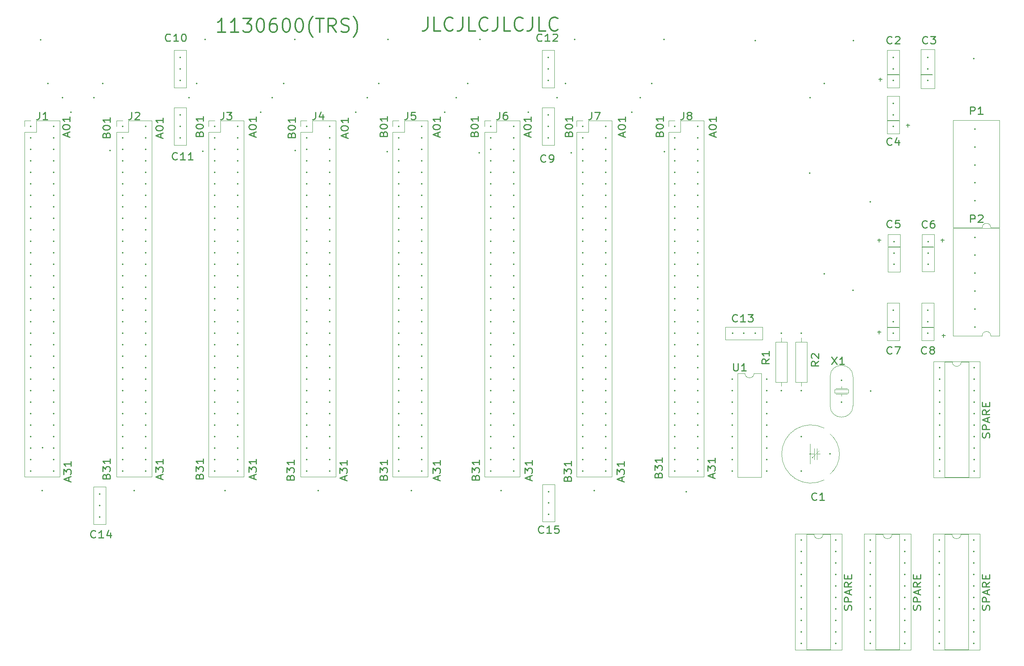
<source format=gto>
%TF.GenerationSoftware,KiCad,Pcbnew,7.0.5*%
%TF.CreationDate,2023-12-17T19:06:12-06:00*%
%TF.ProjectId,ibm5161-backplane,69626d35-3136-4312-9d62-61636b706c61,2233*%
%TF.SameCoordinates,Original*%
%TF.FileFunction,Legend,Top*%
%TF.FilePolarity,Positive*%
%FSLAX46Y46*%
G04 Gerber Fmt 4.6, Leading zero omitted, Abs format (unit mm)*
G04 Created by KiCad (PCBNEW 7.0.5) date 2023-12-17 19:06:12*
%MOMM*%
%LPD*%
G01*
G04 APERTURE LIST*
%ADD10C,0.150000*%
%ADD11C,0.300000*%
%ADD12C,0.250000*%
%ADD13C,0.120000*%
%ADD14C,0.200000*%
%ADD15C,0.100000*%
%ADD16C,0.350000*%
G04 APERTURE END LIST*
D10*
X221440000Y-32210000D02*
X223980000Y-32210000D01*
X228806000Y-32210000D02*
X231346000Y-32210000D01*
X221440000Y-42370000D02*
X223980000Y-42370000D01*
X221440000Y-88090000D02*
X223980000Y-88090000D01*
X229060000Y-70310000D02*
X231600000Y-70310000D01*
X221694000Y-70310000D02*
X224234000Y-70310000D01*
X229060000Y-88090000D02*
X231600000Y-88090000D01*
D11*
X119881596Y-19480057D02*
X119881596Y-21622914D01*
X119881596Y-21622914D02*
X119738739Y-22051485D01*
X119738739Y-22051485D02*
X119453025Y-22337200D01*
X119453025Y-22337200D02*
X119024453Y-22480057D01*
X119024453Y-22480057D02*
X118738739Y-22480057D01*
X122738739Y-22480057D02*
X121310167Y-22480057D01*
X121310167Y-22480057D02*
X121310167Y-19480057D01*
X125453024Y-22194342D02*
X125310167Y-22337200D01*
X125310167Y-22337200D02*
X124881595Y-22480057D01*
X124881595Y-22480057D02*
X124595881Y-22480057D01*
X124595881Y-22480057D02*
X124167310Y-22337200D01*
X124167310Y-22337200D02*
X123881595Y-22051485D01*
X123881595Y-22051485D02*
X123738738Y-21765771D01*
X123738738Y-21765771D02*
X123595881Y-21194342D01*
X123595881Y-21194342D02*
X123595881Y-20765771D01*
X123595881Y-20765771D02*
X123738738Y-20194342D01*
X123738738Y-20194342D02*
X123881595Y-19908628D01*
X123881595Y-19908628D02*
X124167310Y-19622914D01*
X124167310Y-19622914D02*
X124595881Y-19480057D01*
X124595881Y-19480057D02*
X124881595Y-19480057D01*
X124881595Y-19480057D02*
X125310167Y-19622914D01*
X125310167Y-19622914D02*
X125453024Y-19765771D01*
X127595881Y-19480057D02*
X127595881Y-21622914D01*
X127595881Y-21622914D02*
X127453024Y-22051485D01*
X127453024Y-22051485D02*
X127167310Y-22337200D01*
X127167310Y-22337200D02*
X126738738Y-22480057D01*
X126738738Y-22480057D02*
X126453024Y-22480057D01*
X130453024Y-22480057D02*
X129024452Y-22480057D01*
X129024452Y-22480057D02*
X129024452Y-19480057D01*
X133167309Y-22194342D02*
X133024452Y-22337200D01*
X133024452Y-22337200D02*
X132595880Y-22480057D01*
X132595880Y-22480057D02*
X132310166Y-22480057D01*
X132310166Y-22480057D02*
X131881595Y-22337200D01*
X131881595Y-22337200D02*
X131595880Y-22051485D01*
X131595880Y-22051485D02*
X131453023Y-21765771D01*
X131453023Y-21765771D02*
X131310166Y-21194342D01*
X131310166Y-21194342D02*
X131310166Y-20765771D01*
X131310166Y-20765771D02*
X131453023Y-20194342D01*
X131453023Y-20194342D02*
X131595880Y-19908628D01*
X131595880Y-19908628D02*
X131881595Y-19622914D01*
X131881595Y-19622914D02*
X132310166Y-19480057D01*
X132310166Y-19480057D02*
X132595880Y-19480057D01*
X132595880Y-19480057D02*
X133024452Y-19622914D01*
X133024452Y-19622914D02*
X133167309Y-19765771D01*
X135310166Y-19480057D02*
X135310166Y-21622914D01*
X135310166Y-21622914D02*
X135167309Y-22051485D01*
X135167309Y-22051485D02*
X134881595Y-22337200D01*
X134881595Y-22337200D02*
X134453023Y-22480057D01*
X134453023Y-22480057D02*
X134167309Y-22480057D01*
X138167309Y-22480057D02*
X136738737Y-22480057D01*
X136738737Y-22480057D02*
X136738737Y-19480057D01*
X140881594Y-22194342D02*
X140738737Y-22337200D01*
X140738737Y-22337200D02*
X140310165Y-22480057D01*
X140310165Y-22480057D02*
X140024451Y-22480057D01*
X140024451Y-22480057D02*
X139595880Y-22337200D01*
X139595880Y-22337200D02*
X139310165Y-22051485D01*
X139310165Y-22051485D02*
X139167308Y-21765771D01*
X139167308Y-21765771D02*
X139024451Y-21194342D01*
X139024451Y-21194342D02*
X139024451Y-20765771D01*
X139024451Y-20765771D02*
X139167308Y-20194342D01*
X139167308Y-20194342D02*
X139310165Y-19908628D01*
X139310165Y-19908628D02*
X139595880Y-19622914D01*
X139595880Y-19622914D02*
X140024451Y-19480057D01*
X140024451Y-19480057D02*
X140310165Y-19480057D01*
X140310165Y-19480057D02*
X140738737Y-19622914D01*
X140738737Y-19622914D02*
X140881594Y-19765771D01*
X143024451Y-19480057D02*
X143024451Y-21622914D01*
X143024451Y-21622914D02*
X142881594Y-22051485D01*
X142881594Y-22051485D02*
X142595880Y-22337200D01*
X142595880Y-22337200D02*
X142167308Y-22480057D01*
X142167308Y-22480057D02*
X141881594Y-22480057D01*
X145881594Y-22480057D02*
X144453022Y-22480057D01*
X144453022Y-22480057D02*
X144453022Y-19480057D01*
X148595879Y-22194342D02*
X148453022Y-22337200D01*
X148453022Y-22337200D02*
X148024450Y-22480057D01*
X148024450Y-22480057D02*
X147738736Y-22480057D01*
X147738736Y-22480057D02*
X147310165Y-22337200D01*
X147310165Y-22337200D02*
X147024450Y-22051485D01*
X147024450Y-22051485D02*
X146881593Y-21765771D01*
X146881593Y-21765771D02*
X146738736Y-21194342D01*
X146738736Y-21194342D02*
X146738736Y-20765771D01*
X146738736Y-20765771D02*
X146881593Y-20194342D01*
X146881593Y-20194342D02*
X147024450Y-19908628D01*
X147024450Y-19908628D02*
X147310165Y-19622914D01*
X147310165Y-19622914D02*
X147738736Y-19480057D01*
X147738736Y-19480057D02*
X148024450Y-19480057D01*
X148024450Y-19480057D02*
X148453022Y-19622914D01*
X148453022Y-19622914D02*
X148595879Y-19765771D01*
D12*
X150717095Y-121425714D02*
X150793285Y-121168571D01*
X150793285Y-121168571D02*
X150869476Y-121082857D01*
X150869476Y-121082857D02*
X151021857Y-120997143D01*
X151021857Y-120997143D02*
X151250428Y-120997143D01*
X151250428Y-120997143D02*
X151402809Y-121082857D01*
X151402809Y-121082857D02*
X151479000Y-121168571D01*
X151479000Y-121168571D02*
X151555190Y-121340000D01*
X151555190Y-121340000D02*
X151555190Y-122025714D01*
X151555190Y-122025714D02*
X149955190Y-122025714D01*
X149955190Y-122025714D02*
X149955190Y-121425714D01*
X149955190Y-121425714D02*
X150031380Y-121254286D01*
X150031380Y-121254286D02*
X150107571Y-121168571D01*
X150107571Y-121168571D02*
X150259952Y-121082857D01*
X150259952Y-121082857D02*
X150412333Y-121082857D01*
X150412333Y-121082857D02*
X150564714Y-121168571D01*
X150564714Y-121168571D02*
X150640904Y-121254286D01*
X150640904Y-121254286D02*
X150717095Y-121425714D01*
X150717095Y-121425714D02*
X150717095Y-122025714D01*
X149955190Y-120397143D02*
X149955190Y-119282857D01*
X149955190Y-119282857D02*
X150564714Y-119882857D01*
X150564714Y-119882857D02*
X150564714Y-119625714D01*
X150564714Y-119625714D02*
X150640904Y-119454286D01*
X150640904Y-119454286D02*
X150717095Y-119368571D01*
X150717095Y-119368571D02*
X150869476Y-119282857D01*
X150869476Y-119282857D02*
X151250428Y-119282857D01*
X151250428Y-119282857D02*
X151402809Y-119368571D01*
X151402809Y-119368571D02*
X151479000Y-119454286D01*
X151479000Y-119454286D02*
X151555190Y-119625714D01*
X151555190Y-119625714D02*
X151555190Y-120140000D01*
X151555190Y-120140000D02*
X151479000Y-120311428D01*
X151479000Y-120311428D02*
X151402809Y-120397143D01*
X151555190Y-117568571D02*
X151555190Y-118597142D01*
X151555190Y-118082857D02*
X149955190Y-118082857D01*
X149955190Y-118082857D02*
X150183761Y-118254285D01*
X150183761Y-118254285D02*
X150336142Y-118425714D01*
X150336142Y-118425714D02*
X150412333Y-118597142D01*
X60928047Y-121474856D02*
X60928047Y-120617714D01*
X61385190Y-121646285D02*
X59785190Y-121046285D01*
X59785190Y-121046285D02*
X61385190Y-120446285D01*
X59785190Y-120017714D02*
X59785190Y-118903428D01*
X59785190Y-118903428D02*
X60394714Y-119503428D01*
X60394714Y-119503428D02*
X60394714Y-119246285D01*
X60394714Y-119246285D02*
X60470904Y-119074857D01*
X60470904Y-119074857D02*
X60547095Y-118989142D01*
X60547095Y-118989142D02*
X60699476Y-118903428D01*
X60699476Y-118903428D02*
X61080428Y-118903428D01*
X61080428Y-118903428D02*
X61232809Y-118989142D01*
X61232809Y-118989142D02*
X61309000Y-119074857D01*
X61309000Y-119074857D02*
X61385190Y-119246285D01*
X61385190Y-119246285D02*
X61385190Y-119760571D01*
X61385190Y-119760571D02*
X61309000Y-119931999D01*
X61309000Y-119931999D02*
X61232809Y-120017714D01*
X61385190Y-117189142D02*
X61385190Y-118217713D01*
X61385190Y-117703428D02*
X59785190Y-117703428D01*
X59785190Y-117703428D02*
X60013761Y-117874856D01*
X60013761Y-117874856D02*
X60166142Y-118046285D01*
X60166142Y-118046285D02*
X60242333Y-118217713D01*
X183102047Y-45782856D02*
X183102047Y-44925714D01*
X183559190Y-45954285D02*
X181959190Y-45354285D01*
X181959190Y-45354285D02*
X183559190Y-44754285D01*
X181959190Y-43811428D02*
X181959190Y-43639999D01*
X181959190Y-43639999D02*
X182035380Y-43468571D01*
X182035380Y-43468571D02*
X182111571Y-43382857D01*
X182111571Y-43382857D02*
X182263952Y-43297142D01*
X182263952Y-43297142D02*
X182568714Y-43211428D01*
X182568714Y-43211428D02*
X182949666Y-43211428D01*
X182949666Y-43211428D02*
X183254428Y-43297142D01*
X183254428Y-43297142D02*
X183406809Y-43382857D01*
X183406809Y-43382857D02*
X183483000Y-43468571D01*
X183483000Y-43468571D02*
X183559190Y-43639999D01*
X183559190Y-43639999D02*
X183559190Y-43811428D01*
X183559190Y-43811428D02*
X183483000Y-43982857D01*
X183483000Y-43982857D02*
X183406809Y-44068571D01*
X183406809Y-44068571D02*
X183254428Y-44154285D01*
X183254428Y-44154285D02*
X182949666Y-44239999D01*
X182949666Y-44239999D02*
X182568714Y-44239999D01*
X182568714Y-44239999D02*
X182263952Y-44154285D01*
X182263952Y-44154285D02*
X182111571Y-44068571D01*
X182111571Y-44068571D02*
X182035380Y-43982857D01*
X182035380Y-43982857D02*
X181959190Y-43811428D01*
X183559190Y-41497142D02*
X183559190Y-42525713D01*
X183559190Y-42011428D02*
X181959190Y-42011428D01*
X181959190Y-42011428D02*
X182187761Y-42182856D01*
X182187761Y-42182856D02*
X182340142Y-42354285D01*
X182340142Y-42354285D02*
X182416333Y-42525713D01*
X170783095Y-120663714D02*
X170859285Y-120406571D01*
X170859285Y-120406571D02*
X170935476Y-120320857D01*
X170935476Y-120320857D02*
X171087857Y-120235143D01*
X171087857Y-120235143D02*
X171316428Y-120235143D01*
X171316428Y-120235143D02*
X171468809Y-120320857D01*
X171468809Y-120320857D02*
X171545000Y-120406571D01*
X171545000Y-120406571D02*
X171621190Y-120578000D01*
X171621190Y-120578000D02*
X171621190Y-121263714D01*
X171621190Y-121263714D02*
X170021190Y-121263714D01*
X170021190Y-121263714D02*
X170021190Y-120663714D01*
X170021190Y-120663714D02*
X170097380Y-120492286D01*
X170097380Y-120492286D02*
X170173571Y-120406571D01*
X170173571Y-120406571D02*
X170325952Y-120320857D01*
X170325952Y-120320857D02*
X170478333Y-120320857D01*
X170478333Y-120320857D02*
X170630714Y-120406571D01*
X170630714Y-120406571D02*
X170706904Y-120492286D01*
X170706904Y-120492286D02*
X170783095Y-120663714D01*
X170783095Y-120663714D02*
X170783095Y-121263714D01*
X170021190Y-119635143D02*
X170021190Y-118520857D01*
X170021190Y-118520857D02*
X170630714Y-119120857D01*
X170630714Y-119120857D02*
X170630714Y-118863714D01*
X170630714Y-118863714D02*
X170706904Y-118692286D01*
X170706904Y-118692286D02*
X170783095Y-118606571D01*
X170783095Y-118606571D02*
X170935476Y-118520857D01*
X170935476Y-118520857D02*
X171316428Y-118520857D01*
X171316428Y-118520857D02*
X171468809Y-118606571D01*
X171468809Y-118606571D02*
X171545000Y-118692286D01*
X171545000Y-118692286D02*
X171621190Y-118863714D01*
X171621190Y-118863714D02*
X171621190Y-119378000D01*
X171621190Y-119378000D02*
X171545000Y-119549428D01*
X171545000Y-119549428D02*
X171468809Y-119635143D01*
X171621190Y-116806571D02*
X171621190Y-117835142D01*
X171621190Y-117320857D02*
X170021190Y-117320857D01*
X170021190Y-117320857D02*
X170249761Y-117492285D01*
X170249761Y-117492285D02*
X170402142Y-117663714D01*
X170402142Y-117663714D02*
X170478333Y-117835142D01*
X130143095Y-45225714D02*
X130219285Y-44968571D01*
X130219285Y-44968571D02*
X130295476Y-44882857D01*
X130295476Y-44882857D02*
X130447857Y-44797143D01*
X130447857Y-44797143D02*
X130676428Y-44797143D01*
X130676428Y-44797143D02*
X130828809Y-44882857D01*
X130828809Y-44882857D02*
X130905000Y-44968571D01*
X130905000Y-44968571D02*
X130981190Y-45140000D01*
X130981190Y-45140000D02*
X130981190Y-45825714D01*
X130981190Y-45825714D02*
X129381190Y-45825714D01*
X129381190Y-45825714D02*
X129381190Y-45225714D01*
X129381190Y-45225714D02*
X129457380Y-45054286D01*
X129457380Y-45054286D02*
X129533571Y-44968571D01*
X129533571Y-44968571D02*
X129685952Y-44882857D01*
X129685952Y-44882857D02*
X129838333Y-44882857D01*
X129838333Y-44882857D02*
X129990714Y-44968571D01*
X129990714Y-44968571D02*
X130066904Y-45054286D01*
X130066904Y-45054286D02*
X130143095Y-45225714D01*
X130143095Y-45225714D02*
X130143095Y-45825714D01*
X129381190Y-43682857D02*
X129381190Y-43511428D01*
X129381190Y-43511428D02*
X129457380Y-43340000D01*
X129457380Y-43340000D02*
X129533571Y-43254286D01*
X129533571Y-43254286D02*
X129685952Y-43168571D01*
X129685952Y-43168571D02*
X129990714Y-43082857D01*
X129990714Y-43082857D02*
X130371666Y-43082857D01*
X130371666Y-43082857D02*
X130676428Y-43168571D01*
X130676428Y-43168571D02*
X130828809Y-43254286D01*
X130828809Y-43254286D02*
X130905000Y-43340000D01*
X130905000Y-43340000D02*
X130981190Y-43511428D01*
X130981190Y-43511428D02*
X130981190Y-43682857D01*
X130981190Y-43682857D02*
X130905000Y-43854286D01*
X130905000Y-43854286D02*
X130828809Y-43940000D01*
X130828809Y-43940000D02*
X130676428Y-44025714D01*
X130676428Y-44025714D02*
X130371666Y-44111428D01*
X130371666Y-44111428D02*
X129990714Y-44111428D01*
X129990714Y-44111428D02*
X129685952Y-44025714D01*
X129685952Y-44025714D02*
X129533571Y-43940000D01*
X129533571Y-43940000D02*
X129457380Y-43854286D01*
X129457380Y-43854286D02*
X129381190Y-43682857D01*
X130981190Y-41368571D02*
X130981190Y-42397142D01*
X130981190Y-41882857D02*
X129381190Y-41882857D01*
X129381190Y-41882857D02*
X129609761Y-42054285D01*
X129609761Y-42054285D02*
X129762142Y-42225714D01*
X129762142Y-42225714D02*
X129838333Y-42397142D01*
X48863095Y-45479714D02*
X48939285Y-45222571D01*
X48939285Y-45222571D02*
X49015476Y-45136857D01*
X49015476Y-45136857D02*
X49167857Y-45051143D01*
X49167857Y-45051143D02*
X49396428Y-45051143D01*
X49396428Y-45051143D02*
X49548809Y-45136857D01*
X49548809Y-45136857D02*
X49625000Y-45222571D01*
X49625000Y-45222571D02*
X49701190Y-45394000D01*
X49701190Y-45394000D02*
X49701190Y-46079714D01*
X49701190Y-46079714D02*
X48101190Y-46079714D01*
X48101190Y-46079714D02*
X48101190Y-45479714D01*
X48101190Y-45479714D02*
X48177380Y-45308286D01*
X48177380Y-45308286D02*
X48253571Y-45222571D01*
X48253571Y-45222571D02*
X48405952Y-45136857D01*
X48405952Y-45136857D02*
X48558333Y-45136857D01*
X48558333Y-45136857D02*
X48710714Y-45222571D01*
X48710714Y-45222571D02*
X48786904Y-45308286D01*
X48786904Y-45308286D02*
X48863095Y-45479714D01*
X48863095Y-45479714D02*
X48863095Y-46079714D01*
X48101190Y-43936857D02*
X48101190Y-43765428D01*
X48101190Y-43765428D02*
X48177380Y-43594000D01*
X48177380Y-43594000D02*
X48253571Y-43508286D01*
X48253571Y-43508286D02*
X48405952Y-43422571D01*
X48405952Y-43422571D02*
X48710714Y-43336857D01*
X48710714Y-43336857D02*
X49091666Y-43336857D01*
X49091666Y-43336857D02*
X49396428Y-43422571D01*
X49396428Y-43422571D02*
X49548809Y-43508286D01*
X49548809Y-43508286D02*
X49625000Y-43594000D01*
X49625000Y-43594000D02*
X49701190Y-43765428D01*
X49701190Y-43765428D02*
X49701190Y-43936857D01*
X49701190Y-43936857D02*
X49625000Y-44108286D01*
X49625000Y-44108286D02*
X49548809Y-44194000D01*
X49548809Y-44194000D02*
X49396428Y-44279714D01*
X49396428Y-44279714D02*
X49091666Y-44365428D01*
X49091666Y-44365428D02*
X48710714Y-44365428D01*
X48710714Y-44365428D02*
X48405952Y-44279714D01*
X48405952Y-44279714D02*
X48253571Y-44194000D01*
X48253571Y-44194000D02*
X48177380Y-44108286D01*
X48177380Y-44108286D02*
X48101190Y-43936857D01*
X49701190Y-41622571D02*
X49701190Y-42651142D01*
X49701190Y-42136857D02*
X48101190Y-42136857D01*
X48101190Y-42136857D02*
X48329761Y-42308285D01*
X48329761Y-42308285D02*
X48482142Y-42479714D01*
X48482142Y-42479714D02*
X48558333Y-42651142D01*
X40354047Y-45782856D02*
X40354047Y-44925714D01*
X40811190Y-45954285D02*
X39211190Y-45354285D01*
X39211190Y-45354285D02*
X40811190Y-44754285D01*
X39211190Y-43811428D02*
X39211190Y-43639999D01*
X39211190Y-43639999D02*
X39287380Y-43468571D01*
X39287380Y-43468571D02*
X39363571Y-43382857D01*
X39363571Y-43382857D02*
X39515952Y-43297142D01*
X39515952Y-43297142D02*
X39820714Y-43211428D01*
X39820714Y-43211428D02*
X40201666Y-43211428D01*
X40201666Y-43211428D02*
X40506428Y-43297142D01*
X40506428Y-43297142D02*
X40658809Y-43382857D01*
X40658809Y-43382857D02*
X40735000Y-43468571D01*
X40735000Y-43468571D02*
X40811190Y-43639999D01*
X40811190Y-43639999D02*
X40811190Y-43811428D01*
X40811190Y-43811428D02*
X40735000Y-43982857D01*
X40735000Y-43982857D02*
X40658809Y-44068571D01*
X40658809Y-44068571D02*
X40506428Y-44154285D01*
X40506428Y-44154285D02*
X40201666Y-44239999D01*
X40201666Y-44239999D02*
X39820714Y-44239999D01*
X39820714Y-44239999D02*
X39515952Y-44154285D01*
X39515952Y-44154285D02*
X39363571Y-44068571D01*
X39363571Y-44068571D02*
X39287380Y-43982857D01*
X39287380Y-43982857D02*
X39211190Y-43811428D01*
X40811190Y-41497142D02*
X40811190Y-42525713D01*
X40811190Y-42011428D02*
X39211190Y-42011428D01*
X39211190Y-42011428D02*
X39439761Y-42182856D01*
X39439761Y-42182856D02*
X39592142Y-42354285D01*
X39592142Y-42354285D02*
X39668333Y-42525713D01*
D10*
X225586779Y-43382866D02*
X226348684Y-43382866D01*
X225967731Y-43763819D02*
X225967731Y-43001914D01*
D12*
X89503095Y-121171714D02*
X89579285Y-120914571D01*
X89579285Y-120914571D02*
X89655476Y-120828857D01*
X89655476Y-120828857D02*
X89807857Y-120743143D01*
X89807857Y-120743143D02*
X90036428Y-120743143D01*
X90036428Y-120743143D02*
X90188809Y-120828857D01*
X90188809Y-120828857D02*
X90265000Y-120914571D01*
X90265000Y-120914571D02*
X90341190Y-121086000D01*
X90341190Y-121086000D02*
X90341190Y-121771714D01*
X90341190Y-121771714D02*
X88741190Y-121771714D01*
X88741190Y-121771714D02*
X88741190Y-121171714D01*
X88741190Y-121171714D02*
X88817380Y-121000286D01*
X88817380Y-121000286D02*
X88893571Y-120914571D01*
X88893571Y-120914571D02*
X89045952Y-120828857D01*
X89045952Y-120828857D02*
X89198333Y-120828857D01*
X89198333Y-120828857D02*
X89350714Y-120914571D01*
X89350714Y-120914571D02*
X89426904Y-121000286D01*
X89426904Y-121000286D02*
X89503095Y-121171714D01*
X89503095Y-121171714D02*
X89503095Y-121771714D01*
X88741190Y-120143143D02*
X88741190Y-119028857D01*
X88741190Y-119028857D02*
X89350714Y-119628857D01*
X89350714Y-119628857D02*
X89350714Y-119371714D01*
X89350714Y-119371714D02*
X89426904Y-119200286D01*
X89426904Y-119200286D02*
X89503095Y-119114571D01*
X89503095Y-119114571D02*
X89655476Y-119028857D01*
X89655476Y-119028857D02*
X90036428Y-119028857D01*
X90036428Y-119028857D02*
X90188809Y-119114571D01*
X90188809Y-119114571D02*
X90265000Y-119200286D01*
X90265000Y-119200286D02*
X90341190Y-119371714D01*
X90341190Y-119371714D02*
X90341190Y-119886000D01*
X90341190Y-119886000D02*
X90265000Y-120057428D01*
X90265000Y-120057428D02*
X90188809Y-120143143D01*
X90341190Y-117314571D02*
X90341190Y-118343142D01*
X90341190Y-117828857D02*
X88741190Y-117828857D01*
X88741190Y-117828857D02*
X88969761Y-118000285D01*
X88969761Y-118000285D02*
X89122142Y-118171714D01*
X89122142Y-118171714D02*
X89198333Y-118343142D01*
X130397095Y-121171714D02*
X130473285Y-120914571D01*
X130473285Y-120914571D02*
X130549476Y-120828857D01*
X130549476Y-120828857D02*
X130701857Y-120743143D01*
X130701857Y-120743143D02*
X130930428Y-120743143D01*
X130930428Y-120743143D02*
X131082809Y-120828857D01*
X131082809Y-120828857D02*
X131159000Y-120914571D01*
X131159000Y-120914571D02*
X131235190Y-121086000D01*
X131235190Y-121086000D02*
X131235190Y-121771714D01*
X131235190Y-121771714D02*
X129635190Y-121771714D01*
X129635190Y-121771714D02*
X129635190Y-121171714D01*
X129635190Y-121171714D02*
X129711380Y-121000286D01*
X129711380Y-121000286D02*
X129787571Y-120914571D01*
X129787571Y-120914571D02*
X129939952Y-120828857D01*
X129939952Y-120828857D02*
X130092333Y-120828857D01*
X130092333Y-120828857D02*
X130244714Y-120914571D01*
X130244714Y-120914571D02*
X130320904Y-121000286D01*
X130320904Y-121000286D02*
X130397095Y-121171714D01*
X130397095Y-121171714D02*
X130397095Y-121771714D01*
X129635190Y-120143143D02*
X129635190Y-119028857D01*
X129635190Y-119028857D02*
X130244714Y-119628857D01*
X130244714Y-119628857D02*
X130244714Y-119371714D01*
X130244714Y-119371714D02*
X130320904Y-119200286D01*
X130320904Y-119200286D02*
X130397095Y-119114571D01*
X130397095Y-119114571D02*
X130549476Y-119028857D01*
X130549476Y-119028857D02*
X130930428Y-119028857D01*
X130930428Y-119028857D02*
X131082809Y-119114571D01*
X131082809Y-119114571D02*
X131159000Y-119200286D01*
X131159000Y-119200286D02*
X131235190Y-119371714D01*
X131235190Y-119371714D02*
X131235190Y-119886000D01*
X131235190Y-119886000D02*
X131159000Y-120057428D01*
X131159000Y-120057428D02*
X131082809Y-120143143D01*
X131235190Y-117314571D02*
X131235190Y-118343142D01*
X131235190Y-117828857D02*
X129635190Y-117828857D01*
X129635190Y-117828857D02*
X129863761Y-118000285D01*
X129863761Y-118000285D02*
X130016142Y-118171714D01*
X130016142Y-118171714D02*
X130092333Y-118343142D01*
X60928047Y-46036856D02*
X60928047Y-45179714D01*
X61385190Y-46208285D02*
X59785190Y-45608285D01*
X59785190Y-45608285D02*
X61385190Y-45008285D01*
X59785190Y-44065428D02*
X59785190Y-43893999D01*
X59785190Y-43893999D02*
X59861380Y-43722571D01*
X59861380Y-43722571D02*
X59937571Y-43636857D01*
X59937571Y-43636857D02*
X60089952Y-43551142D01*
X60089952Y-43551142D02*
X60394714Y-43465428D01*
X60394714Y-43465428D02*
X60775666Y-43465428D01*
X60775666Y-43465428D02*
X61080428Y-43551142D01*
X61080428Y-43551142D02*
X61232809Y-43636857D01*
X61232809Y-43636857D02*
X61309000Y-43722571D01*
X61309000Y-43722571D02*
X61385190Y-43893999D01*
X61385190Y-43893999D02*
X61385190Y-44065428D01*
X61385190Y-44065428D02*
X61309000Y-44236857D01*
X61309000Y-44236857D02*
X61232809Y-44322571D01*
X61232809Y-44322571D02*
X61080428Y-44408285D01*
X61080428Y-44408285D02*
X60775666Y-44493999D01*
X60775666Y-44493999D02*
X60394714Y-44493999D01*
X60394714Y-44493999D02*
X60089952Y-44408285D01*
X60089952Y-44408285D02*
X59937571Y-44322571D01*
X59937571Y-44322571D02*
X59861380Y-44236857D01*
X59861380Y-44236857D02*
X59785190Y-44065428D01*
X61385190Y-41751142D02*
X61385190Y-42779713D01*
X61385190Y-42265428D02*
X59785190Y-42265428D01*
X59785190Y-42265428D02*
X60013761Y-42436856D01*
X60013761Y-42436856D02*
X60166142Y-42608285D01*
X60166142Y-42608285D02*
X60242333Y-42779713D01*
X69437095Y-45225714D02*
X69513285Y-44968571D01*
X69513285Y-44968571D02*
X69589476Y-44882857D01*
X69589476Y-44882857D02*
X69741857Y-44797143D01*
X69741857Y-44797143D02*
X69970428Y-44797143D01*
X69970428Y-44797143D02*
X70122809Y-44882857D01*
X70122809Y-44882857D02*
X70199000Y-44968571D01*
X70199000Y-44968571D02*
X70275190Y-45140000D01*
X70275190Y-45140000D02*
X70275190Y-45825714D01*
X70275190Y-45825714D02*
X68675190Y-45825714D01*
X68675190Y-45825714D02*
X68675190Y-45225714D01*
X68675190Y-45225714D02*
X68751380Y-45054286D01*
X68751380Y-45054286D02*
X68827571Y-44968571D01*
X68827571Y-44968571D02*
X68979952Y-44882857D01*
X68979952Y-44882857D02*
X69132333Y-44882857D01*
X69132333Y-44882857D02*
X69284714Y-44968571D01*
X69284714Y-44968571D02*
X69360904Y-45054286D01*
X69360904Y-45054286D02*
X69437095Y-45225714D01*
X69437095Y-45225714D02*
X69437095Y-45825714D01*
X68675190Y-43682857D02*
X68675190Y-43511428D01*
X68675190Y-43511428D02*
X68751380Y-43340000D01*
X68751380Y-43340000D02*
X68827571Y-43254286D01*
X68827571Y-43254286D02*
X68979952Y-43168571D01*
X68979952Y-43168571D02*
X69284714Y-43082857D01*
X69284714Y-43082857D02*
X69665666Y-43082857D01*
X69665666Y-43082857D02*
X69970428Y-43168571D01*
X69970428Y-43168571D02*
X70122809Y-43254286D01*
X70122809Y-43254286D02*
X70199000Y-43340000D01*
X70199000Y-43340000D02*
X70275190Y-43511428D01*
X70275190Y-43511428D02*
X70275190Y-43682857D01*
X70275190Y-43682857D02*
X70199000Y-43854286D01*
X70199000Y-43854286D02*
X70122809Y-43940000D01*
X70122809Y-43940000D02*
X69970428Y-44025714D01*
X69970428Y-44025714D02*
X69665666Y-44111428D01*
X69665666Y-44111428D02*
X69284714Y-44111428D01*
X69284714Y-44111428D02*
X68979952Y-44025714D01*
X68979952Y-44025714D02*
X68827571Y-43940000D01*
X68827571Y-43940000D02*
X68751380Y-43854286D01*
X68751380Y-43854286D02*
X68675190Y-43682857D01*
X70275190Y-41368571D02*
X70275190Y-42397142D01*
X70275190Y-41882857D02*
X68675190Y-41882857D01*
X68675190Y-41882857D02*
X68903761Y-42054285D01*
X68903761Y-42054285D02*
X69056142Y-42225714D01*
X69056142Y-42225714D02*
X69132333Y-42397142D01*
X89757095Y-45479714D02*
X89833285Y-45222571D01*
X89833285Y-45222571D02*
X89909476Y-45136857D01*
X89909476Y-45136857D02*
X90061857Y-45051143D01*
X90061857Y-45051143D02*
X90290428Y-45051143D01*
X90290428Y-45051143D02*
X90442809Y-45136857D01*
X90442809Y-45136857D02*
X90519000Y-45222571D01*
X90519000Y-45222571D02*
X90595190Y-45394000D01*
X90595190Y-45394000D02*
X90595190Y-46079714D01*
X90595190Y-46079714D02*
X88995190Y-46079714D01*
X88995190Y-46079714D02*
X88995190Y-45479714D01*
X88995190Y-45479714D02*
X89071380Y-45308286D01*
X89071380Y-45308286D02*
X89147571Y-45222571D01*
X89147571Y-45222571D02*
X89299952Y-45136857D01*
X89299952Y-45136857D02*
X89452333Y-45136857D01*
X89452333Y-45136857D02*
X89604714Y-45222571D01*
X89604714Y-45222571D02*
X89680904Y-45308286D01*
X89680904Y-45308286D02*
X89757095Y-45479714D01*
X89757095Y-45479714D02*
X89757095Y-46079714D01*
X88995190Y-43936857D02*
X88995190Y-43765428D01*
X88995190Y-43765428D02*
X89071380Y-43594000D01*
X89071380Y-43594000D02*
X89147571Y-43508286D01*
X89147571Y-43508286D02*
X89299952Y-43422571D01*
X89299952Y-43422571D02*
X89604714Y-43336857D01*
X89604714Y-43336857D02*
X89985666Y-43336857D01*
X89985666Y-43336857D02*
X90290428Y-43422571D01*
X90290428Y-43422571D02*
X90442809Y-43508286D01*
X90442809Y-43508286D02*
X90519000Y-43594000D01*
X90519000Y-43594000D02*
X90595190Y-43765428D01*
X90595190Y-43765428D02*
X90595190Y-43936857D01*
X90595190Y-43936857D02*
X90519000Y-44108286D01*
X90519000Y-44108286D02*
X90442809Y-44194000D01*
X90442809Y-44194000D02*
X90290428Y-44279714D01*
X90290428Y-44279714D02*
X89985666Y-44365428D01*
X89985666Y-44365428D02*
X89604714Y-44365428D01*
X89604714Y-44365428D02*
X89299952Y-44279714D01*
X89299952Y-44279714D02*
X89147571Y-44194000D01*
X89147571Y-44194000D02*
X89071380Y-44108286D01*
X89071380Y-44108286D02*
X88995190Y-43936857D01*
X90595190Y-41622571D02*
X90595190Y-42651142D01*
X90595190Y-42136857D02*
X88995190Y-42136857D01*
X88995190Y-42136857D02*
X89223761Y-42308285D01*
X89223761Y-42308285D02*
X89376142Y-42479714D01*
X89376142Y-42479714D02*
X89452333Y-42651142D01*
X81502047Y-121474856D02*
X81502047Y-120617714D01*
X81959190Y-121646285D02*
X80359190Y-121046285D01*
X80359190Y-121046285D02*
X81959190Y-120446285D01*
X80359190Y-120017714D02*
X80359190Y-118903428D01*
X80359190Y-118903428D02*
X80968714Y-119503428D01*
X80968714Y-119503428D02*
X80968714Y-119246285D01*
X80968714Y-119246285D02*
X81044904Y-119074857D01*
X81044904Y-119074857D02*
X81121095Y-118989142D01*
X81121095Y-118989142D02*
X81273476Y-118903428D01*
X81273476Y-118903428D02*
X81654428Y-118903428D01*
X81654428Y-118903428D02*
X81806809Y-118989142D01*
X81806809Y-118989142D02*
X81883000Y-119074857D01*
X81883000Y-119074857D02*
X81959190Y-119246285D01*
X81959190Y-119246285D02*
X81959190Y-119760571D01*
X81959190Y-119760571D02*
X81883000Y-119931999D01*
X81883000Y-119931999D02*
X81806809Y-120017714D01*
X81959190Y-117189142D02*
X81959190Y-118217713D01*
X81959190Y-117703428D02*
X80359190Y-117703428D01*
X80359190Y-117703428D02*
X80587761Y-117874856D01*
X80587761Y-117874856D02*
X80740142Y-118046285D01*
X80740142Y-118046285D02*
X80816333Y-118217713D01*
X40608047Y-121982856D02*
X40608047Y-121125714D01*
X41065190Y-122154285D02*
X39465190Y-121554285D01*
X39465190Y-121554285D02*
X41065190Y-120954285D01*
X39465190Y-120525714D02*
X39465190Y-119411428D01*
X39465190Y-119411428D02*
X40074714Y-120011428D01*
X40074714Y-120011428D02*
X40074714Y-119754285D01*
X40074714Y-119754285D02*
X40150904Y-119582857D01*
X40150904Y-119582857D02*
X40227095Y-119497142D01*
X40227095Y-119497142D02*
X40379476Y-119411428D01*
X40379476Y-119411428D02*
X40760428Y-119411428D01*
X40760428Y-119411428D02*
X40912809Y-119497142D01*
X40912809Y-119497142D02*
X40989000Y-119582857D01*
X40989000Y-119582857D02*
X41065190Y-119754285D01*
X41065190Y-119754285D02*
X41065190Y-120268571D01*
X41065190Y-120268571D02*
X40989000Y-120439999D01*
X40989000Y-120439999D02*
X40912809Y-120525714D01*
X41065190Y-117697142D02*
X41065190Y-118725713D01*
X41065190Y-118211428D02*
X39465190Y-118211428D01*
X39465190Y-118211428D02*
X39693761Y-118382856D01*
X39693761Y-118382856D02*
X39846142Y-118554285D01*
X39846142Y-118554285D02*
X39922333Y-118725713D01*
X122142047Y-121728856D02*
X122142047Y-120871714D01*
X122599190Y-121900285D02*
X120999190Y-121300285D01*
X120999190Y-121300285D02*
X122599190Y-120700285D01*
X120999190Y-120271714D02*
X120999190Y-119157428D01*
X120999190Y-119157428D02*
X121608714Y-119757428D01*
X121608714Y-119757428D02*
X121608714Y-119500285D01*
X121608714Y-119500285D02*
X121684904Y-119328857D01*
X121684904Y-119328857D02*
X121761095Y-119243142D01*
X121761095Y-119243142D02*
X121913476Y-119157428D01*
X121913476Y-119157428D02*
X122294428Y-119157428D01*
X122294428Y-119157428D02*
X122446809Y-119243142D01*
X122446809Y-119243142D02*
X122523000Y-119328857D01*
X122523000Y-119328857D02*
X122599190Y-119500285D01*
X122599190Y-119500285D02*
X122599190Y-120014571D01*
X122599190Y-120014571D02*
X122523000Y-120185999D01*
X122523000Y-120185999D02*
X122446809Y-120271714D01*
X122599190Y-117443142D02*
X122599190Y-118471713D01*
X122599190Y-117957428D02*
X120999190Y-117957428D01*
X120999190Y-117957428D02*
X121227761Y-118128856D01*
X121227761Y-118128856D02*
X121380142Y-118300285D01*
X121380142Y-118300285D02*
X121456333Y-118471713D01*
D10*
X219236779Y-68782866D02*
X219998684Y-68782866D01*
X219617731Y-69163819D02*
X219617731Y-68401914D01*
D12*
X101822047Y-46036856D02*
X101822047Y-45179714D01*
X102279190Y-46208285D02*
X100679190Y-45608285D01*
X100679190Y-45608285D02*
X102279190Y-45008285D01*
X100679190Y-44065428D02*
X100679190Y-43893999D01*
X100679190Y-43893999D02*
X100755380Y-43722571D01*
X100755380Y-43722571D02*
X100831571Y-43636857D01*
X100831571Y-43636857D02*
X100983952Y-43551142D01*
X100983952Y-43551142D02*
X101288714Y-43465428D01*
X101288714Y-43465428D02*
X101669666Y-43465428D01*
X101669666Y-43465428D02*
X101974428Y-43551142D01*
X101974428Y-43551142D02*
X102126809Y-43636857D01*
X102126809Y-43636857D02*
X102203000Y-43722571D01*
X102203000Y-43722571D02*
X102279190Y-43893999D01*
X102279190Y-43893999D02*
X102279190Y-44065428D01*
X102279190Y-44065428D02*
X102203000Y-44236857D01*
X102203000Y-44236857D02*
X102126809Y-44322571D01*
X102126809Y-44322571D02*
X101974428Y-44408285D01*
X101974428Y-44408285D02*
X101669666Y-44493999D01*
X101669666Y-44493999D02*
X101288714Y-44493999D01*
X101288714Y-44493999D02*
X100983952Y-44408285D01*
X100983952Y-44408285D02*
X100831571Y-44322571D01*
X100831571Y-44322571D02*
X100755380Y-44236857D01*
X100755380Y-44236857D02*
X100679190Y-44065428D01*
X102279190Y-41751142D02*
X102279190Y-42779713D01*
X102279190Y-42265428D02*
X100679190Y-42265428D01*
X100679190Y-42265428D02*
X100907761Y-42436856D01*
X100907761Y-42436856D02*
X101060142Y-42608285D01*
X101060142Y-42608285D02*
X101136333Y-42779713D01*
X48863095Y-120917714D02*
X48939285Y-120660571D01*
X48939285Y-120660571D02*
X49015476Y-120574857D01*
X49015476Y-120574857D02*
X49167857Y-120489143D01*
X49167857Y-120489143D02*
X49396428Y-120489143D01*
X49396428Y-120489143D02*
X49548809Y-120574857D01*
X49548809Y-120574857D02*
X49625000Y-120660571D01*
X49625000Y-120660571D02*
X49701190Y-120832000D01*
X49701190Y-120832000D02*
X49701190Y-121517714D01*
X49701190Y-121517714D02*
X48101190Y-121517714D01*
X48101190Y-121517714D02*
X48101190Y-120917714D01*
X48101190Y-120917714D02*
X48177380Y-120746286D01*
X48177380Y-120746286D02*
X48253571Y-120660571D01*
X48253571Y-120660571D02*
X48405952Y-120574857D01*
X48405952Y-120574857D02*
X48558333Y-120574857D01*
X48558333Y-120574857D02*
X48710714Y-120660571D01*
X48710714Y-120660571D02*
X48786904Y-120746286D01*
X48786904Y-120746286D02*
X48863095Y-120917714D01*
X48863095Y-120917714D02*
X48863095Y-121517714D01*
X48101190Y-119889143D02*
X48101190Y-118774857D01*
X48101190Y-118774857D02*
X48710714Y-119374857D01*
X48710714Y-119374857D02*
X48710714Y-119117714D01*
X48710714Y-119117714D02*
X48786904Y-118946286D01*
X48786904Y-118946286D02*
X48863095Y-118860571D01*
X48863095Y-118860571D02*
X49015476Y-118774857D01*
X49015476Y-118774857D02*
X49396428Y-118774857D01*
X49396428Y-118774857D02*
X49548809Y-118860571D01*
X49548809Y-118860571D02*
X49625000Y-118946286D01*
X49625000Y-118946286D02*
X49701190Y-119117714D01*
X49701190Y-119117714D02*
X49701190Y-119632000D01*
X49701190Y-119632000D02*
X49625000Y-119803428D01*
X49625000Y-119803428D02*
X49548809Y-119889143D01*
X49701190Y-117060571D02*
X49701190Y-118089142D01*
X49701190Y-117574857D02*
X48101190Y-117574857D01*
X48101190Y-117574857D02*
X48329761Y-117746285D01*
X48329761Y-117746285D02*
X48482142Y-117917714D01*
X48482142Y-117917714D02*
X48558333Y-118089142D01*
D10*
X233206779Y-68782866D02*
X233968684Y-68782866D01*
X233587731Y-69163819D02*
X233587731Y-68401914D01*
D12*
X171037095Y-45225714D02*
X171113285Y-44968571D01*
X171113285Y-44968571D02*
X171189476Y-44882857D01*
X171189476Y-44882857D02*
X171341857Y-44797143D01*
X171341857Y-44797143D02*
X171570428Y-44797143D01*
X171570428Y-44797143D02*
X171722809Y-44882857D01*
X171722809Y-44882857D02*
X171799000Y-44968571D01*
X171799000Y-44968571D02*
X171875190Y-45140000D01*
X171875190Y-45140000D02*
X171875190Y-45825714D01*
X171875190Y-45825714D02*
X170275190Y-45825714D01*
X170275190Y-45825714D02*
X170275190Y-45225714D01*
X170275190Y-45225714D02*
X170351380Y-45054286D01*
X170351380Y-45054286D02*
X170427571Y-44968571D01*
X170427571Y-44968571D02*
X170579952Y-44882857D01*
X170579952Y-44882857D02*
X170732333Y-44882857D01*
X170732333Y-44882857D02*
X170884714Y-44968571D01*
X170884714Y-44968571D02*
X170960904Y-45054286D01*
X170960904Y-45054286D02*
X171037095Y-45225714D01*
X171037095Y-45225714D02*
X171037095Y-45825714D01*
X170275190Y-43682857D02*
X170275190Y-43511428D01*
X170275190Y-43511428D02*
X170351380Y-43340000D01*
X170351380Y-43340000D02*
X170427571Y-43254286D01*
X170427571Y-43254286D02*
X170579952Y-43168571D01*
X170579952Y-43168571D02*
X170884714Y-43082857D01*
X170884714Y-43082857D02*
X171265666Y-43082857D01*
X171265666Y-43082857D02*
X171570428Y-43168571D01*
X171570428Y-43168571D02*
X171722809Y-43254286D01*
X171722809Y-43254286D02*
X171799000Y-43340000D01*
X171799000Y-43340000D02*
X171875190Y-43511428D01*
X171875190Y-43511428D02*
X171875190Y-43682857D01*
X171875190Y-43682857D02*
X171799000Y-43854286D01*
X171799000Y-43854286D02*
X171722809Y-43940000D01*
X171722809Y-43940000D02*
X171570428Y-44025714D01*
X171570428Y-44025714D02*
X171265666Y-44111428D01*
X171265666Y-44111428D02*
X170884714Y-44111428D01*
X170884714Y-44111428D02*
X170579952Y-44025714D01*
X170579952Y-44025714D02*
X170427571Y-43940000D01*
X170427571Y-43940000D02*
X170351380Y-43854286D01*
X170351380Y-43854286D02*
X170275190Y-43682857D01*
X171875190Y-41368571D02*
X171875190Y-42397142D01*
X171875190Y-41882857D02*
X170275190Y-41882857D01*
X170275190Y-41882857D02*
X170503761Y-42054285D01*
X170503761Y-42054285D02*
X170656142Y-42225714D01*
X170656142Y-42225714D02*
X170732333Y-42397142D01*
D10*
X219236779Y-89102866D02*
X219998684Y-89102866D01*
X219617731Y-89483819D02*
X219617731Y-88721914D01*
D12*
X81502047Y-45782856D02*
X81502047Y-44925714D01*
X81959190Y-45954285D02*
X80359190Y-45354285D01*
X80359190Y-45354285D02*
X81959190Y-44754285D01*
X80359190Y-43811428D02*
X80359190Y-43639999D01*
X80359190Y-43639999D02*
X80435380Y-43468571D01*
X80435380Y-43468571D02*
X80511571Y-43382857D01*
X80511571Y-43382857D02*
X80663952Y-43297142D01*
X80663952Y-43297142D02*
X80968714Y-43211428D01*
X80968714Y-43211428D02*
X81349666Y-43211428D01*
X81349666Y-43211428D02*
X81654428Y-43297142D01*
X81654428Y-43297142D02*
X81806809Y-43382857D01*
X81806809Y-43382857D02*
X81883000Y-43468571D01*
X81883000Y-43468571D02*
X81959190Y-43639999D01*
X81959190Y-43639999D02*
X81959190Y-43811428D01*
X81959190Y-43811428D02*
X81883000Y-43982857D01*
X81883000Y-43982857D02*
X81806809Y-44068571D01*
X81806809Y-44068571D02*
X81654428Y-44154285D01*
X81654428Y-44154285D02*
X81349666Y-44239999D01*
X81349666Y-44239999D02*
X80968714Y-44239999D01*
X80968714Y-44239999D02*
X80663952Y-44154285D01*
X80663952Y-44154285D02*
X80511571Y-44068571D01*
X80511571Y-44068571D02*
X80435380Y-43982857D01*
X80435380Y-43982857D02*
X80359190Y-43811428D01*
X81959190Y-41497142D02*
X81959190Y-42525713D01*
X81959190Y-42011428D02*
X80359190Y-42011428D01*
X80359190Y-42011428D02*
X80587761Y-42182856D01*
X80587761Y-42182856D02*
X80740142Y-42354285D01*
X80740142Y-42354285D02*
X80816333Y-42525713D01*
X110077095Y-121171714D02*
X110153285Y-120914571D01*
X110153285Y-120914571D02*
X110229476Y-120828857D01*
X110229476Y-120828857D02*
X110381857Y-120743143D01*
X110381857Y-120743143D02*
X110610428Y-120743143D01*
X110610428Y-120743143D02*
X110762809Y-120828857D01*
X110762809Y-120828857D02*
X110839000Y-120914571D01*
X110839000Y-120914571D02*
X110915190Y-121086000D01*
X110915190Y-121086000D02*
X110915190Y-121771714D01*
X110915190Y-121771714D02*
X109315190Y-121771714D01*
X109315190Y-121771714D02*
X109315190Y-121171714D01*
X109315190Y-121171714D02*
X109391380Y-121000286D01*
X109391380Y-121000286D02*
X109467571Y-120914571D01*
X109467571Y-120914571D02*
X109619952Y-120828857D01*
X109619952Y-120828857D02*
X109772333Y-120828857D01*
X109772333Y-120828857D02*
X109924714Y-120914571D01*
X109924714Y-120914571D02*
X110000904Y-121000286D01*
X110000904Y-121000286D02*
X110077095Y-121171714D01*
X110077095Y-121171714D02*
X110077095Y-121771714D01*
X109315190Y-120143143D02*
X109315190Y-119028857D01*
X109315190Y-119028857D02*
X109924714Y-119628857D01*
X109924714Y-119628857D02*
X109924714Y-119371714D01*
X109924714Y-119371714D02*
X110000904Y-119200286D01*
X110000904Y-119200286D02*
X110077095Y-119114571D01*
X110077095Y-119114571D02*
X110229476Y-119028857D01*
X110229476Y-119028857D02*
X110610428Y-119028857D01*
X110610428Y-119028857D02*
X110762809Y-119114571D01*
X110762809Y-119114571D02*
X110839000Y-119200286D01*
X110839000Y-119200286D02*
X110915190Y-119371714D01*
X110915190Y-119371714D02*
X110915190Y-119886000D01*
X110915190Y-119886000D02*
X110839000Y-120057428D01*
X110839000Y-120057428D02*
X110762809Y-120143143D01*
X110915190Y-117314571D02*
X110915190Y-118343142D01*
X110915190Y-117828857D02*
X109315190Y-117828857D01*
X109315190Y-117828857D02*
X109543761Y-118000285D01*
X109543761Y-118000285D02*
X109696142Y-118171714D01*
X109696142Y-118171714D02*
X109772333Y-118343142D01*
X142208047Y-45782856D02*
X142208047Y-44925714D01*
X142665190Y-45954285D02*
X141065190Y-45354285D01*
X141065190Y-45354285D02*
X142665190Y-44754285D01*
X141065190Y-43811428D02*
X141065190Y-43639999D01*
X141065190Y-43639999D02*
X141141380Y-43468571D01*
X141141380Y-43468571D02*
X141217571Y-43382857D01*
X141217571Y-43382857D02*
X141369952Y-43297142D01*
X141369952Y-43297142D02*
X141674714Y-43211428D01*
X141674714Y-43211428D02*
X142055666Y-43211428D01*
X142055666Y-43211428D02*
X142360428Y-43297142D01*
X142360428Y-43297142D02*
X142512809Y-43382857D01*
X142512809Y-43382857D02*
X142589000Y-43468571D01*
X142589000Y-43468571D02*
X142665190Y-43639999D01*
X142665190Y-43639999D02*
X142665190Y-43811428D01*
X142665190Y-43811428D02*
X142589000Y-43982857D01*
X142589000Y-43982857D02*
X142512809Y-44068571D01*
X142512809Y-44068571D02*
X142360428Y-44154285D01*
X142360428Y-44154285D02*
X142055666Y-44239999D01*
X142055666Y-44239999D02*
X141674714Y-44239999D01*
X141674714Y-44239999D02*
X141369952Y-44154285D01*
X141369952Y-44154285D02*
X141217571Y-44068571D01*
X141217571Y-44068571D02*
X141141380Y-43982857D01*
X141141380Y-43982857D02*
X141065190Y-43811428D01*
X142665190Y-41497142D02*
X142665190Y-42525713D01*
X142665190Y-42011428D02*
X141065190Y-42011428D01*
X141065190Y-42011428D02*
X141293761Y-42182856D01*
X141293761Y-42182856D02*
X141446142Y-42354285D01*
X141446142Y-42354285D02*
X141522333Y-42525713D01*
X110077095Y-45225714D02*
X110153285Y-44968571D01*
X110153285Y-44968571D02*
X110229476Y-44882857D01*
X110229476Y-44882857D02*
X110381857Y-44797143D01*
X110381857Y-44797143D02*
X110610428Y-44797143D01*
X110610428Y-44797143D02*
X110762809Y-44882857D01*
X110762809Y-44882857D02*
X110839000Y-44968571D01*
X110839000Y-44968571D02*
X110915190Y-45140000D01*
X110915190Y-45140000D02*
X110915190Y-45825714D01*
X110915190Y-45825714D02*
X109315190Y-45825714D01*
X109315190Y-45825714D02*
X109315190Y-45225714D01*
X109315190Y-45225714D02*
X109391380Y-45054286D01*
X109391380Y-45054286D02*
X109467571Y-44968571D01*
X109467571Y-44968571D02*
X109619952Y-44882857D01*
X109619952Y-44882857D02*
X109772333Y-44882857D01*
X109772333Y-44882857D02*
X109924714Y-44968571D01*
X109924714Y-44968571D02*
X110000904Y-45054286D01*
X110000904Y-45054286D02*
X110077095Y-45225714D01*
X110077095Y-45225714D02*
X110077095Y-45825714D01*
X109315190Y-43682857D02*
X109315190Y-43511428D01*
X109315190Y-43511428D02*
X109391380Y-43340000D01*
X109391380Y-43340000D02*
X109467571Y-43254286D01*
X109467571Y-43254286D02*
X109619952Y-43168571D01*
X109619952Y-43168571D02*
X109924714Y-43082857D01*
X109924714Y-43082857D02*
X110305666Y-43082857D01*
X110305666Y-43082857D02*
X110610428Y-43168571D01*
X110610428Y-43168571D02*
X110762809Y-43254286D01*
X110762809Y-43254286D02*
X110839000Y-43340000D01*
X110839000Y-43340000D02*
X110915190Y-43511428D01*
X110915190Y-43511428D02*
X110915190Y-43682857D01*
X110915190Y-43682857D02*
X110839000Y-43854286D01*
X110839000Y-43854286D02*
X110762809Y-43940000D01*
X110762809Y-43940000D02*
X110610428Y-44025714D01*
X110610428Y-44025714D02*
X110305666Y-44111428D01*
X110305666Y-44111428D02*
X109924714Y-44111428D01*
X109924714Y-44111428D02*
X109619952Y-44025714D01*
X109619952Y-44025714D02*
X109467571Y-43940000D01*
X109467571Y-43940000D02*
X109391380Y-43854286D01*
X109391380Y-43854286D02*
X109315190Y-43682857D01*
X110915190Y-41368571D02*
X110915190Y-42397142D01*
X110915190Y-41882857D02*
X109315190Y-41882857D01*
X109315190Y-41882857D02*
X109543761Y-42054285D01*
X109543761Y-42054285D02*
X109696142Y-42225714D01*
X109696142Y-42225714D02*
X109772333Y-42397142D01*
X162782047Y-121982856D02*
X162782047Y-121125714D01*
X163239190Y-122154285D02*
X161639190Y-121554285D01*
X161639190Y-121554285D02*
X163239190Y-120954285D01*
X161639190Y-120525714D02*
X161639190Y-119411428D01*
X161639190Y-119411428D02*
X162248714Y-120011428D01*
X162248714Y-120011428D02*
X162248714Y-119754285D01*
X162248714Y-119754285D02*
X162324904Y-119582857D01*
X162324904Y-119582857D02*
X162401095Y-119497142D01*
X162401095Y-119497142D02*
X162553476Y-119411428D01*
X162553476Y-119411428D02*
X162934428Y-119411428D01*
X162934428Y-119411428D02*
X163086809Y-119497142D01*
X163086809Y-119497142D02*
X163163000Y-119582857D01*
X163163000Y-119582857D02*
X163239190Y-119754285D01*
X163239190Y-119754285D02*
X163239190Y-120268571D01*
X163239190Y-120268571D02*
X163163000Y-120439999D01*
X163163000Y-120439999D02*
X163086809Y-120525714D01*
X163239190Y-117697142D02*
X163239190Y-118725713D01*
X163239190Y-118211428D02*
X161639190Y-118211428D01*
X161639190Y-118211428D02*
X161867761Y-118382856D01*
X161867761Y-118382856D02*
X162020142Y-118554285D01*
X162020142Y-118554285D02*
X162096333Y-118725713D01*
X69437095Y-120917714D02*
X69513285Y-120660571D01*
X69513285Y-120660571D02*
X69589476Y-120574857D01*
X69589476Y-120574857D02*
X69741857Y-120489143D01*
X69741857Y-120489143D02*
X69970428Y-120489143D01*
X69970428Y-120489143D02*
X70122809Y-120574857D01*
X70122809Y-120574857D02*
X70199000Y-120660571D01*
X70199000Y-120660571D02*
X70275190Y-120832000D01*
X70275190Y-120832000D02*
X70275190Y-121517714D01*
X70275190Y-121517714D02*
X68675190Y-121517714D01*
X68675190Y-121517714D02*
X68675190Y-120917714D01*
X68675190Y-120917714D02*
X68751380Y-120746286D01*
X68751380Y-120746286D02*
X68827571Y-120660571D01*
X68827571Y-120660571D02*
X68979952Y-120574857D01*
X68979952Y-120574857D02*
X69132333Y-120574857D01*
X69132333Y-120574857D02*
X69284714Y-120660571D01*
X69284714Y-120660571D02*
X69360904Y-120746286D01*
X69360904Y-120746286D02*
X69437095Y-120917714D01*
X69437095Y-120917714D02*
X69437095Y-121517714D01*
X68675190Y-119889143D02*
X68675190Y-118774857D01*
X68675190Y-118774857D02*
X69284714Y-119374857D01*
X69284714Y-119374857D02*
X69284714Y-119117714D01*
X69284714Y-119117714D02*
X69360904Y-118946286D01*
X69360904Y-118946286D02*
X69437095Y-118860571D01*
X69437095Y-118860571D02*
X69589476Y-118774857D01*
X69589476Y-118774857D02*
X69970428Y-118774857D01*
X69970428Y-118774857D02*
X70122809Y-118860571D01*
X70122809Y-118860571D02*
X70199000Y-118946286D01*
X70199000Y-118946286D02*
X70275190Y-119117714D01*
X70275190Y-119117714D02*
X70275190Y-119632000D01*
X70275190Y-119632000D02*
X70199000Y-119803428D01*
X70199000Y-119803428D02*
X70122809Y-119889143D01*
X70275190Y-117060571D02*
X70275190Y-118089142D01*
X70275190Y-117574857D02*
X68675190Y-117574857D01*
X68675190Y-117574857D02*
X68903761Y-117746285D01*
X68903761Y-117746285D02*
X69056142Y-117917714D01*
X69056142Y-117917714D02*
X69132333Y-118089142D01*
X101568047Y-121728856D02*
X101568047Y-120871714D01*
X102025190Y-121900285D02*
X100425190Y-121300285D01*
X100425190Y-121300285D02*
X102025190Y-120700285D01*
X100425190Y-120271714D02*
X100425190Y-119157428D01*
X100425190Y-119157428D02*
X101034714Y-119757428D01*
X101034714Y-119757428D02*
X101034714Y-119500285D01*
X101034714Y-119500285D02*
X101110904Y-119328857D01*
X101110904Y-119328857D02*
X101187095Y-119243142D01*
X101187095Y-119243142D02*
X101339476Y-119157428D01*
X101339476Y-119157428D02*
X101720428Y-119157428D01*
X101720428Y-119157428D02*
X101872809Y-119243142D01*
X101872809Y-119243142D02*
X101949000Y-119328857D01*
X101949000Y-119328857D02*
X102025190Y-119500285D01*
X102025190Y-119500285D02*
X102025190Y-120014571D01*
X102025190Y-120014571D02*
X101949000Y-120185999D01*
X101949000Y-120185999D02*
X101872809Y-120271714D01*
X102025190Y-117443142D02*
X102025190Y-118471713D01*
X102025190Y-117957428D02*
X100425190Y-117957428D01*
X100425190Y-117957428D02*
X100653761Y-118128856D01*
X100653761Y-118128856D02*
X100806142Y-118300285D01*
X100806142Y-118300285D02*
X100882333Y-118471713D01*
D11*
X75231482Y-22734057D02*
X73517196Y-22734057D01*
X74374339Y-22734057D02*
X74374339Y-19734057D01*
X74374339Y-19734057D02*
X74088625Y-20162628D01*
X74088625Y-20162628D02*
X73802910Y-20448342D01*
X73802910Y-20448342D02*
X73517196Y-20591200D01*
X78088625Y-22734057D02*
X76374339Y-22734057D01*
X77231482Y-22734057D02*
X77231482Y-19734057D01*
X77231482Y-19734057D02*
X76945768Y-20162628D01*
X76945768Y-20162628D02*
X76660053Y-20448342D01*
X76660053Y-20448342D02*
X76374339Y-20591200D01*
X79088625Y-19734057D02*
X80945768Y-19734057D01*
X80945768Y-19734057D02*
X79945768Y-20876914D01*
X79945768Y-20876914D02*
X80374339Y-20876914D01*
X80374339Y-20876914D02*
X80660054Y-21019771D01*
X80660054Y-21019771D02*
X80802911Y-21162628D01*
X80802911Y-21162628D02*
X80945768Y-21448342D01*
X80945768Y-21448342D02*
X80945768Y-22162628D01*
X80945768Y-22162628D02*
X80802911Y-22448342D01*
X80802911Y-22448342D02*
X80660054Y-22591200D01*
X80660054Y-22591200D02*
X80374339Y-22734057D01*
X80374339Y-22734057D02*
X79517196Y-22734057D01*
X79517196Y-22734057D02*
X79231482Y-22591200D01*
X79231482Y-22591200D02*
X79088625Y-22448342D01*
X82802911Y-19734057D02*
X83088625Y-19734057D01*
X83088625Y-19734057D02*
X83374339Y-19876914D01*
X83374339Y-19876914D02*
X83517197Y-20019771D01*
X83517197Y-20019771D02*
X83660054Y-20305485D01*
X83660054Y-20305485D02*
X83802911Y-20876914D01*
X83802911Y-20876914D02*
X83802911Y-21591200D01*
X83802911Y-21591200D02*
X83660054Y-22162628D01*
X83660054Y-22162628D02*
X83517197Y-22448342D01*
X83517197Y-22448342D02*
X83374339Y-22591200D01*
X83374339Y-22591200D02*
X83088625Y-22734057D01*
X83088625Y-22734057D02*
X82802911Y-22734057D01*
X82802911Y-22734057D02*
X82517197Y-22591200D01*
X82517197Y-22591200D02*
X82374339Y-22448342D01*
X82374339Y-22448342D02*
X82231482Y-22162628D01*
X82231482Y-22162628D02*
X82088625Y-21591200D01*
X82088625Y-21591200D02*
X82088625Y-20876914D01*
X82088625Y-20876914D02*
X82231482Y-20305485D01*
X82231482Y-20305485D02*
X82374339Y-20019771D01*
X82374339Y-20019771D02*
X82517197Y-19876914D01*
X82517197Y-19876914D02*
X82802911Y-19734057D01*
X86374340Y-19734057D02*
X85802911Y-19734057D01*
X85802911Y-19734057D02*
X85517197Y-19876914D01*
X85517197Y-19876914D02*
X85374340Y-20019771D01*
X85374340Y-20019771D02*
X85088625Y-20448342D01*
X85088625Y-20448342D02*
X84945768Y-21019771D01*
X84945768Y-21019771D02*
X84945768Y-22162628D01*
X84945768Y-22162628D02*
X85088625Y-22448342D01*
X85088625Y-22448342D02*
X85231482Y-22591200D01*
X85231482Y-22591200D02*
X85517197Y-22734057D01*
X85517197Y-22734057D02*
X86088625Y-22734057D01*
X86088625Y-22734057D02*
X86374340Y-22591200D01*
X86374340Y-22591200D02*
X86517197Y-22448342D01*
X86517197Y-22448342D02*
X86660054Y-22162628D01*
X86660054Y-22162628D02*
X86660054Y-21448342D01*
X86660054Y-21448342D02*
X86517197Y-21162628D01*
X86517197Y-21162628D02*
X86374340Y-21019771D01*
X86374340Y-21019771D02*
X86088625Y-20876914D01*
X86088625Y-20876914D02*
X85517197Y-20876914D01*
X85517197Y-20876914D02*
X85231482Y-21019771D01*
X85231482Y-21019771D02*
X85088625Y-21162628D01*
X85088625Y-21162628D02*
X84945768Y-21448342D01*
X88517197Y-19734057D02*
X88802911Y-19734057D01*
X88802911Y-19734057D02*
X89088625Y-19876914D01*
X89088625Y-19876914D02*
X89231483Y-20019771D01*
X89231483Y-20019771D02*
X89374340Y-20305485D01*
X89374340Y-20305485D02*
X89517197Y-20876914D01*
X89517197Y-20876914D02*
X89517197Y-21591200D01*
X89517197Y-21591200D02*
X89374340Y-22162628D01*
X89374340Y-22162628D02*
X89231483Y-22448342D01*
X89231483Y-22448342D02*
X89088625Y-22591200D01*
X89088625Y-22591200D02*
X88802911Y-22734057D01*
X88802911Y-22734057D02*
X88517197Y-22734057D01*
X88517197Y-22734057D02*
X88231483Y-22591200D01*
X88231483Y-22591200D02*
X88088625Y-22448342D01*
X88088625Y-22448342D02*
X87945768Y-22162628D01*
X87945768Y-22162628D02*
X87802911Y-21591200D01*
X87802911Y-21591200D02*
X87802911Y-20876914D01*
X87802911Y-20876914D02*
X87945768Y-20305485D01*
X87945768Y-20305485D02*
X88088625Y-20019771D01*
X88088625Y-20019771D02*
X88231483Y-19876914D01*
X88231483Y-19876914D02*
X88517197Y-19734057D01*
X91374340Y-19734057D02*
X91660054Y-19734057D01*
X91660054Y-19734057D02*
X91945768Y-19876914D01*
X91945768Y-19876914D02*
X92088626Y-20019771D01*
X92088626Y-20019771D02*
X92231483Y-20305485D01*
X92231483Y-20305485D02*
X92374340Y-20876914D01*
X92374340Y-20876914D02*
X92374340Y-21591200D01*
X92374340Y-21591200D02*
X92231483Y-22162628D01*
X92231483Y-22162628D02*
X92088626Y-22448342D01*
X92088626Y-22448342D02*
X91945768Y-22591200D01*
X91945768Y-22591200D02*
X91660054Y-22734057D01*
X91660054Y-22734057D02*
X91374340Y-22734057D01*
X91374340Y-22734057D02*
X91088626Y-22591200D01*
X91088626Y-22591200D02*
X90945768Y-22448342D01*
X90945768Y-22448342D02*
X90802911Y-22162628D01*
X90802911Y-22162628D02*
X90660054Y-21591200D01*
X90660054Y-21591200D02*
X90660054Y-20876914D01*
X90660054Y-20876914D02*
X90802911Y-20305485D01*
X90802911Y-20305485D02*
X90945768Y-20019771D01*
X90945768Y-20019771D02*
X91088626Y-19876914D01*
X91088626Y-19876914D02*
X91374340Y-19734057D01*
X94517197Y-23876914D02*
X94374340Y-23734057D01*
X94374340Y-23734057D02*
X94088626Y-23305485D01*
X94088626Y-23305485D02*
X93945769Y-23019771D01*
X93945769Y-23019771D02*
X93802911Y-22591200D01*
X93802911Y-22591200D02*
X93660054Y-21876914D01*
X93660054Y-21876914D02*
X93660054Y-21305485D01*
X93660054Y-21305485D02*
X93802911Y-20591200D01*
X93802911Y-20591200D02*
X93945769Y-20162628D01*
X93945769Y-20162628D02*
X94088626Y-19876914D01*
X94088626Y-19876914D02*
X94374340Y-19448342D01*
X94374340Y-19448342D02*
X94517197Y-19305485D01*
X95231483Y-19734057D02*
X96945769Y-19734057D01*
X96088626Y-22734057D02*
X96088626Y-19734057D01*
X99660054Y-22734057D02*
X98660054Y-21305485D01*
X97945768Y-22734057D02*
X97945768Y-19734057D01*
X97945768Y-19734057D02*
X99088625Y-19734057D01*
X99088625Y-19734057D02*
X99374340Y-19876914D01*
X99374340Y-19876914D02*
X99517197Y-20019771D01*
X99517197Y-20019771D02*
X99660054Y-20305485D01*
X99660054Y-20305485D02*
X99660054Y-20734057D01*
X99660054Y-20734057D02*
X99517197Y-21019771D01*
X99517197Y-21019771D02*
X99374340Y-21162628D01*
X99374340Y-21162628D02*
X99088625Y-21305485D01*
X99088625Y-21305485D02*
X97945768Y-21305485D01*
X100802911Y-22591200D02*
X101231483Y-22734057D01*
X101231483Y-22734057D02*
X101945768Y-22734057D01*
X101945768Y-22734057D02*
X102231483Y-22591200D01*
X102231483Y-22591200D02*
X102374340Y-22448342D01*
X102374340Y-22448342D02*
X102517197Y-22162628D01*
X102517197Y-22162628D02*
X102517197Y-21876914D01*
X102517197Y-21876914D02*
X102374340Y-21591200D01*
X102374340Y-21591200D02*
X102231483Y-21448342D01*
X102231483Y-21448342D02*
X101945768Y-21305485D01*
X101945768Y-21305485D02*
X101374340Y-21162628D01*
X101374340Y-21162628D02*
X101088625Y-21019771D01*
X101088625Y-21019771D02*
X100945768Y-20876914D01*
X100945768Y-20876914D02*
X100802911Y-20591200D01*
X100802911Y-20591200D02*
X100802911Y-20305485D01*
X100802911Y-20305485D02*
X100945768Y-20019771D01*
X100945768Y-20019771D02*
X101088625Y-19876914D01*
X101088625Y-19876914D02*
X101374340Y-19734057D01*
X101374340Y-19734057D02*
X102088625Y-19734057D01*
X102088625Y-19734057D02*
X102517197Y-19876914D01*
X103517197Y-23876914D02*
X103660054Y-23734057D01*
X103660054Y-23734057D02*
X103945768Y-23305485D01*
X103945768Y-23305485D02*
X104088626Y-23019771D01*
X104088626Y-23019771D02*
X104231483Y-22591200D01*
X104231483Y-22591200D02*
X104374340Y-21876914D01*
X104374340Y-21876914D02*
X104374340Y-21305485D01*
X104374340Y-21305485D02*
X104231483Y-20591200D01*
X104231483Y-20591200D02*
X104088626Y-20162628D01*
X104088626Y-20162628D02*
X103945768Y-19876914D01*
X103945768Y-19876914D02*
X103660054Y-19448342D01*
X103660054Y-19448342D02*
X103517197Y-19305485D01*
D12*
X150971095Y-45225714D02*
X151047285Y-44968571D01*
X151047285Y-44968571D02*
X151123476Y-44882857D01*
X151123476Y-44882857D02*
X151275857Y-44797143D01*
X151275857Y-44797143D02*
X151504428Y-44797143D01*
X151504428Y-44797143D02*
X151656809Y-44882857D01*
X151656809Y-44882857D02*
X151733000Y-44968571D01*
X151733000Y-44968571D02*
X151809190Y-45140000D01*
X151809190Y-45140000D02*
X151809190Y-45825714D01*
X151809190Y-45825714D02*
X150209190Y-45825714D01*
X150209190Y-45825714D02*
X150209190Y-45225714D01*
X150209190Y-45225714D02*
X150285380Y-45054286D01*
X150285380Y-45054286D02*
X150361571Y-44968571D01*
X150361571Y-44968571D02*
X150513952Y-44882857D01*
X150513952Y-44882857D02*
X150666333Y-44882857D01*
X150666333Y-44882857D02*
X150818714Y-44968571D01*
X150818714Y-44968571D02*
X150894904Y-45054286D01*
X150894904Y-45054286D02*
X150971095Y-45225714D01*
X150971095Y-45225714D02*
X150971095Y-45825714D01*
X150209190Y-43682857D02*
X150209190Y-43511428D01*
X150209190Y-43511428D02*
X150285380Y-43340000D01*
X150285380Y-43340000D02*
X150361571Y-43254286D01*
X150361571Y-43254286D02*
X150513952Y-43168571D01*
X150513952Y-43168571D02*
X150818714Y-43082857D01*
X150818714Y-43082857D02*
X151199666Y-43082857D01*
X151199666Y-43082857D02*
X151504428Y-43168571D01*
X151504428Y-43168571D02*
X151656809Y-43254286D01*
X151656809Y-43254286D02*
X151733000Y-43340000D01*
X151733000Y-43340000D02*
X151809190Y-43511428D01*
X151809190Y-43511428D02*
X151809190Y-43682857D01*
X151809190Y-43682857D02*
X151733000Y-43854286D01*
X151733000Y-43854286D02*
X151656809Y-43940000D01*
X151656809Y-43940000D02*
X151504428Y-44025714D01*
X151504428Y-44025714D02*
X151199666Y-44111428D01*
X151199666Y-44111428D02*
X150818714Y-44111428D01*
X150818714Y-44111428D02*
X150513952Y-44025714D01*
X150513952Y-44025714D02*
X150361571Y-43940000D01*
X150361571Y-43940000D02*
X150285380Y-43854286D01*
X150285380Y-43854286D02*
X150209190Y-43682857D01*
X151809190Y-41368571D02*
X151809190Y-42397142D01*
X151809190Y-41882857D02*
X150209190Y-41882857D01*
X150209190Y-41882857D02*
X150437761Y-42054285D01*
X150437761Y-42054285D02*
X150590142Y-42225714D01*
X150590142Y-42225714D02*
X150666333Y-42397142D01*
X163036047Y-45782856D02*
X163036047Y-44925714D01*
X163493190Y-45954285D02*
X161893190Y-45354285D01*
X161893190Y-45354285D02*
X163493190Y-44754285D01*
X161893190Y-43811428D02*
X161893190Y-43639999D01*
X161893190Y-43639999D02*
X161969380Y-43468571D01*
X161969380Y-43468571D02*
X162045571Y-43382857D01*
X162045571Y-43382857D02*
X162197952Y-43297142D01*
X162197952Y-43297142D02*
X162502714Y-43211428D01*
X162502714Y-43211428D02*
X162883666Y-43211428D01*
X162883666Y-43211428D02*
X163188428Y-43297142D01*
X163188428Y-43297142D02*
X163340809Y-43382857D01*
X163340809Y-43382857D02*
X163417000Y-43468571D01*
X163417000Y-43468571D02*
X163493190Y-43639999D01*
X163493190Y-43639999D02*
X163493190Y-43811428D01*
X163493190Y-43811428D02*
X163417000Y-43982857D01*
X163417000Y-43982857D02*
X163340809Y-44068571D01*
X163340809Y-44068571D02*
X163188428Y-44154285D01*
X163188428Y-44154285D02*
X162883666Y-44239999D01*
X162883666Y-44239999D02*
X162502714Y-44239999D01*
X162502714Y-44239999D02*
X162197952Y-44154285D01*
X162197952Y-44154285D02*
X162045571Y-44068571D01*
X162045571Y-44068571D02*
X161969380Y-43982857D01*
X161969380Y-43982857D02*
X161893190Y-43811428D01*
X163493190Y-41497142D02*
X163493190Y-42525713D01*
X163493190Y-42011428D02*
X161893190Y-42011428D01*
X161893190Y-42011428D02*
X162121761Y-42182856D01*
X162121761Y-42182856D02*
X162274142Y-42354285D01*
X162274142Y-42354285D02*
X162350333Y-42525713D01*
X142462047Y-121728856D02*
X142462047Y-120871714D01*
X142919190Y-121900285D02*
X141319190Y-121300285D01*
X141319190Y-121300285D02*
X142919190Y-120700285D01*
X141319190Y-120271714D02*
X141319190Y-119157428D01*
X141319190Y-119157428D02*
X141928714Y-119757428D01*
X141928714Y-119757428D02*
X141928714Y-119500285D01*
X141928714Y-119500285D02*
X142004904Y-119328857D01*
X142004904Y-119328857D02*
X142081095Y-119243142D01*
X142081095Y-119243142D02*
X142233476Y-119157428D01*
X142233476Y-119157428D02*
X142614428Y-119157428D01*
X142614428Y-119157428D02*
X142766809Y-119243142D01*
X142766809Y-119243142D02*
X142843000Y-119328857D01*
X142843000Y-119328857D02*
X142919190Y-119500285D01*
X142919190Y-119500285D02*
X142919190Y-120014571D01*
X142919190Y-120014571D02*
X142843000Y-120185999D01*
X142843000Y-120185999D02*
X142766809Y-120271714D01*
X142919190Y-117443142D02*
X142919190Y-118471713D01*
X142919190Y-117957428D02*
X141319190Y-117957428D01*
X141319190Y-117957428D02*
X141547761Y-118128856D01*
X141547761Y-118128856D02*
X141700142Y-118300285D01*
X141700142Y-118300285D02*
X141776333Y-118471713D01*
X122142047Y-45782856D02*
X122142047Y-44925714D01*
X122599190Y-45954285D02*
X120999190Y-45354285D01*
X120999190Y-45354285D02*
X122599190Y-44754285D01*
X120999190Y-43811428D02*
X120999190Y-43639999D01*
X120999190Y-43639999D02*
X121075380Y-43468571D01*
X121075380Y-43468571D02*
X121151571Y-43382857D01*
X121151571Y-43382857D02*
X121303952Y-43297142D01*
X121303952Y-43297142D02*
X121608714Y-43211428D01*
X121608714Y-43211428D02*
X121989666Y-43211428D01*
X121989666Y-43211428D02*
X122294428Y-43297142D01*
X122294428Y-43297142D02*
X122446809Y-43382857D01*
X122446809Y-43382857D02*
X122523000Y-43468571D01*
X122523000Y-43468571D02*
X122599190Y-43639999D01*
X122599190Y-43639999D02*
X122599190Y-43811428D01*
X122599190Y-43811428D02*
X122523000Y-43982857D01*
X122523000Y-43982857D02*
X122446809Y-44068571D01*
X122446809Y-44068571D02*
X122294428Y-44154285D01*
X122294428Y-44154285D02*
X121989666Y-44239999D01*
X121989666Y-44239999D02*
X121608714Y-44239999D01*
X121608714Y-44239999D02*
X121303952Y-44154285D01*
X121303952Y-44154285D02*
X121151571Y-44068571D01*
X121151571Y-44068571D02*
X121075380Y-43982857D01*
X121075380Y-43982857D02*
X120999190Y-43811428D01*
X122599190Y-41497142D02*
X122599190Y-42525713D01*
X122599190Y-42011428D02*
X120999190Y-42011428D01*
X120999190Y-42011428D02*
X121227761Y-42182856D01*
X121227761Y-42182856D02*
X121380142Y-42354285D01*
X121380142Y-42354285D02*
X121456333Y-42525713D01*
X182848047Y-121220856D02*
X182848047Y-120363714D01*
X183305190Y-121392285D02*
X181705190Y-120792285D01*
X181705190Y-120792285D02*
X183305190Y-120192285D01*
X181705190Y-119763714D02*
X181705190Y-118649428D01*
X181705190Y-118649428D02*
X182314714Y-119249428D01*
X182314714Y-119249428D02*
X182314714Y-118992285D01*
X182314714Y-118992285D02*
X182390904Y-118820857D01*
X182390904Y-118820857D02*
X182467095Y-118735142D01*
X182467095Y-118735142D02*
X182619476Y-118649428D01*
X182619476Y-118649428D02*
X183000428Y-118649428D01*
X183000428Y-118649428D02*
X183152809Y-118735142D01*
X183152809Y-118735142D02*
X183229000Y-118820857D01*
X183229000Y-118820857D02*
X183305190Y-118992285D01*
X183305190Y-118992285D02*
X183305190Y-119506571D01*
X183305190Y-119506571D02*
X183229000Y-119677999D01*
X183229000Y-119677999D02*
X183152809Y-119763714D01*
X183305190Y-116935142D02*
X183305190Y-117963713D01*
X183305190Y-117449428D02*
X181705190Y-117449428D01*
X181705190Y-117449428D02*
X181933761Y-117620856D01*
X181933761Y-117620856D02*
X182086142Y-117792285D01*
X182086142Y-117792285D02*
X182162333Y-117963713D01*
D10*
X219490779Y-33222866D02*
X220252684Y-33222866D01*
X219871731Y-33603819D02*
X219871731Y-32841914D01*
X233460779Y-89864866D02*
X234222684Y-89864866D01*
X233841731Y-90245819D02*
X233841731Y-89483914D01*
D12*
%TO.C,C9*%
X145955999Y-51326809D02*
X145870285Y-51403000D01*
X145870285Y-51403000D02*
X145613142Y-51479190D01*
X145613142Y-51479190D02*
X145441714Y-51479190D01*
X145441714Y-51479190D02*
X145184571Y-51403000D01*
X145184571Y-51403000D02*
X145013142Y-51250619D01*
X145013142Y-51250619D02*
X144927428Y-51098238D01*
X144927428Y-51098238D02*
X144841714Y-50793476D01*
X144841714Y-50793476D02*
X144841714Y-50564904D01*
X144841714Y-50564904D02*
X144927428Y-50260142D01*
X144927428Y-50260142D02*
X145013142Y-50107761D01*
X145013142Y-50107761D02*
X145184571Y-49955380D01*
X145184571Y-49955380D02*
X145441714Y-49879190D01*
X145441714Y-49879190D02*
X145613142Y-49879190D01*
X145613142Y-49879190D02*
X145870285Y-49955380D01*
X145870285Y-49955380D02*
X145955999Y-50031571D01*
X146813142Y-51479190D02*
X147155999Y-51479190D01*
X147155999Y-51479190D02*
X147327428Y-51403000D01*
X147327428Y-51403000D02*
X147413142Y-51326809D01*
X147413142Y-51326809D02*
X147584571Y-51098238D01*
X147584571Y-51098238D02*
X147670285Y-50793476D01*
X147670285Y-50793476D02*
X147670285Y-50183952D01*
X147670285Y-50183952D02*
X147584571Y-50031571D01*
X147584571Y-50031571D02*
X147498857Y-49955380D01*
X147498857Y-49955380D02*
X147327428Y-49879190D01*
X147327428Y-49879190D02*
X146984571Y-49879190D01*
X146984571Y-49879190D02*
X146813142Y-49955380D01*
X146813142Y-49955380D02*
X146727428Y-50031571D01*
X146727428Y-50031571D02*
X146641714Y-50183952D01*
X146641714Y-50183952D02*
X146641714Y-50564904D01*
X146641714Y-50564904D02*
X146727428Y-50717285D01*
X146727428Y-50717285D02*
X146813142Y-50793476D01*
X146813142Y-50793476D02*
X146984571Y-50869666D01*
X146984571Y-50869666D02*
X147327428Y-50869666D01*
X147327428Y-50869666D02*
X147498857Y-50793476D01*
X147498857Y-50793476D02*
X147584571Y-50717285D01*
X147584571Y-50717285D02*
X147670285Y-50564904D01*
%TO.C,J7*%
X156070000Y-40437190D02*
X156070000Y-41580047D01*
X156070000Y-41580047D02*
X155984285Y-41808619D01*
X155984285Y-41808619D02*
X155812857Y-41961000D01*
X155812857Y-41961000D02*
X155555714Y-42037190D01*
X155555714Y-42037190D02*
X155384285Y-42037190D01*
X156755714Y-40437190D02*
X157955714Y-40437190D01*
X157955714Y-40437190D02*
X157184286Y-42037190D01*
%TO.C,J5*%
X115430000Y-40437190D02*
X115430000Y-41580047D01*
X115430000Y-41580047D02*
X115344285Y-41808619D01*
X115344285Y-41808619D02*
X115172857Y-41961000D01*
X115172857Y-41961000D02*
X114915714Y-42037190D01*
X114915714Y-42037190D02*
X114744285Y-42037190D01*
X117144286Y-40437190D02*
X116287143Y-40437190D01*
X116287143Y-40437190D02*
X116201429Y-41199095D01*
X116201429Y-41199095D02*
X116287143Y-41122904D01*
X116287143Y-41122904D02*
X116458572Y-41046714D01*
X116458572Y-41046714D02*
X116887143Y-41046714D01*
X116887143Y-41046714D02*
X117058572Y-41122904D01*
X117058572Y-41122904D02*
X117144286Y-41199095D01*
X117144286Y-41199095D02*
X117230000Y-41351476D01*
X117230000Y-41351476D02*
X117230000Y-41732428D01*
X117230000Y-41732428D02*
X117144286Y-41884809D01*
X117144286Y-41884809D02*
X117058572Y-41961000D01*
X117058572Y-41961000D02*
X116887143Y-42037190D01*
X116887143Y-42037190D02*
X116458572Y-42037190D01*
X116458572Y-42037190D02*
X116287143Y-41961000D01*
X116287143Y-41961000D02*
X116201429Y-41884809D01*
%TO.C,C12*%
X145098856Y-24604809D02*
X145013142Y-24681000D01*
X145013142Y-24681000D02*
X144755999Y-24757190D01*
X144755999Y-24757190D02*
X144584571Y-24757190D01*
X144584571Y-24757190D02*
X144327428Y-24681000D01*
X144327428Y-24681000D02*
X144155999Y-24528619D01*
X144155999Y-24528619D02*
X144070285Y-24376238D01*
X144070285Y-24376238D02*
X143984571Y-24071476D01*
X143984571Y-24071476D02*
X143984571Y-23842904D01*
X143984571Y-23842904D02*
X144070285Y-23538142D01*
X144070285Y-23538142D02*
X144155999Y-23385761D01*
X144155999Y-23385761D02*
X144327428Y-23233380D01*
X144327428Y-23233380D02*
X144584571Y-23157190D01*
X144584571Y-23157190D02*
X144755999Y-23157190D01*
X144755999Y-23157190D02*
X145013142Y-23233380D01*
X145013142Y-23233380D02*
X145098856Y-23309571D01*
X146813142Y-24757190D02*
X145784571Y-24757190D01*
X146298856Y-24757190D02*
X146298856Y-23157190D01*
X146298856Y-23157190D02*
X146127428Y-23385761D01*
X146127428Y-23385761D02*
X145955999Y-23538142D01*
X145955999Y-23538142D02*
X145784571Y-23614333D01*
X147498857Y-23309571D02*
X147584571Y-23233380D01*
X147584571Y-23233380D02*
X147756000Y-23157190D01*
X147756000Y-23157190D02*
X148184571Y-23157190D01*
X148184571Y-23157190D02*
X148356000Y-23233380D01*
X148356000Y-23233380D02*
X148441714Y-23309571D01*
X148441714Y-23309571D02*
X148527428Y-23461952D01*
X148527428Y-23461952D02*
X148527428Y-23614333D01*
X148527428Y-23614333D02*
X148441714Y-23842904D01*
X148441714Y-23842904D02*
X147413142Y-24757190D01*
X147413142Y-24757190D02*
X148527428Y-24757190D01*
%TO.C,C13*%
X188278856Y-86632809D02*
X188193142Y-86709000D01*
X188193142Y-86709000D02*
X187935999Y-86785190D01*
X187935999Y-86785190D02*
X187764571Y-86785190D01*
X187764571Y-86785190D02*
X187507428Y-86709000D01*
X187507428Y-86709000D02*
X187335999Y-86556619D01*
X187335999Y-86556619D02*
X187250285Y-86404238D01*
X187250285Y-86404238D02*
X187164571Y-86099476D01*
X187164571Y-86099476D02*
X187164571Y-85870904D01*
X187164571Y-85870904D02*
X187250285Y-85566142D01*
X187250285Y-85566142D02*
X187335999Y-85413761D01*
X187335999Y-85413761D02*
X187507428Y-85261380D01*
X187507428Y-85261380D02*
X187764571Y-85185190D01*
X187764571Y-85185190D02*
X187935999Y-85185190D01*
X187935999Y-85185190D02*
X188193142Y-85261380D01*
X188193142Y-85261380D02*
X188278856Y-85337571D01*
X189993142Y-86785190D02*
X188964571Y-86785190D01*
X189478856Y-86785190D02*
X189478856Y-85185190D01*
X189478856Y-85185190D02*
X189307428Y-85413761D01*
X189307428Y-85413761D02*
X189135999Y-85566142D01*
X189135999Y-85566142D02*
X188964571Y-85642333D01*
X190593142Y-85185190D02*
X191707428Y-85185190D01*
X191707428Y-85185190D02*
X191107428Y-85794714D01*
X191107428Y-85794714D02*
X191364571Y-85794714D01*
X191364571Y-85794714D02*
X191536000Y-85870904D01*
X191536000Y-85870904D02*
X191621714Y-85947095D01*
X191621714Y-85947095D02*
X191707428Y-86099476D01*
X191707428Y-86099476D02*
X191707428Y-86480428D01*
X191707428Y-86480428D02*
X191621714Y-86632809D01*
X191621714Y-86632809D02*
X191536000Y-86709000D01*
X191536000Y-86709000D02*
X191364571Y-86785190D01*
X191364571Y-86785190D02*
X190850285Y-86785190D01*
X190850285Y-86785190D02*
X190678857Y-86709000D01*
X190678857Y-86709000D02*
X190593142Y-86632809D01*
%TO.C,C5*%
X222409999Y-65804809D02*
X222324285Y-65881000D01*
X222324285Y-65881000D02*
X222067142Y-65957190D01*
X222067142Y-65957190D02*
X221895714Y-65957190D01*
X221895714Y-65957190D02*
X221638571Y-65881000D01*
X221638571Y-65881000D02*
X221467142Y-65728619D01*
X221467142Y-65728619D02*
X221381428Y-65576238D01*
X221381428Y-65576238D02*
X221295714Y-65271476D01*
X221295714Y-65271476D02*
X221295714Y-65042904D01*
X221295714Y-65042904D02*
X221381428Y-64738142D01*
X221381428Y-64738142D02*
X221467142Y-64585761D01*
X221467142Y-64585761D02*
X221638571Y-64433380D01*
X221638571Y-64433380D02*
X221895714Y-64357190D01*
X221895714Y-64357190D02*
X222067142Y-64357190D01*
X222067142Y-64357190D02*
X222324285Y-64433380D01*
X222324285Y-64433380D02*
X222409999Y-64509571D01*
X224038571Y-64357190D02*
X223181428Y-64357190D01*
X223181428Y-64357190D02*
X223095714Y-65119095D01*
X223095714Y-65119095D02*
X223181428Y-65042904D01*
X223181428Y-65042904D02*
X223352857Y-64966714D01*
X223352857Y-64966714D02*
X223781428Y-64966714D01*
X223781428Y-64966714D02*
X223952857Y-65042904D01*
X223952857Y-65042904D02*
X224038571Y-65119095D01*
X224038571Y-65119095D02*
X224124285Y-65271476D01*
X224124285Y-65271476D02*
X224124285Y-65652428D01*
X224124285Y-65652428D02*
X224038571Y-65804809D01*
X224038571Y-65804809D02*
X223952857Y-65881000D01*
X223952857Y-65881000D02*
X223781428Y-65957190D01*
X223781428Y-65957190D02*
X223352857Y-65957190D01*
X223352857Y-65957190D02*
X223181428Y-65881000D01*
X223181428Y-65881000D02*
X223095714Y-65804809D01*
%TO.C,C7*%
X222409999Y-93744809D02*
X222324285Y-93821000D01*
X222324285Y-93821000D02*
X222067142Y-93897190D01*
X222067142Y-93897190D02*
X221895714Y-93897190D01*
X221895714Y-93897190D02*
X221638571Y-93821000D01*
X221638571Y-93821000D02*
X221467142Y-93668619D01*
X221467142Y-93668619D02*
X221381428Y-93516238D01*
X221381428Y-93516238D02*
X221295714Y-93211476D01*
X221295714Y-93211476D02*
X221295714Y-92982904D01*
X221295714Y-92982904D02*
X221381428Y-92678142D01*
X221381428Y-92678142D02*
X221467142Y-92525761D01*
X221467142Y-92525761D02*
X221638571Y-92373380D01*
X221638571Y-92373380D02*
X221895714Y-92297190D01*
X221895714Y-92297190D02*
X222067142Y-92297190D01*
X222067142Y-92297190D02*
X222324285Y-92373380D01*
X222324285Y-92373380D02*
X222409999Y-92449571D01*
X223009999Y-92297190D02*
X224209999Y-92297190D01*
X224209999Y-92297190D02*
X223438571Y-93897190D01*
%TO.C,S1*%
X243901000Y-112399999D02*
X243977190Y-112142857D01*
X243977190Y-112142857D02*
X243977190Y-111714285D01*
X243977190Y-111714285D02*
X243901000Y-111542857D01*
X243901000Y-111542857D02*
X243824809Y-111457142D01*
X243824809Y-111457142D02*
X243672428Y-111371428D01*
X243672428Y-111371428D02*
X243520047Y-111371428D01*
X243520047Y-111371428D02*
X243367666Y-111457142D01*
X243367666Y-111457142D02*
X243291476Y-111542857D01*
X243291476Y-111542857D02*
X243215285Y-111714285D01*
X243215285Y-111714285D02*
X243139095Y-112057142D01*
X243139095Y-112057142D02*
X243062904Y-112228571D01*
X243062904Y-112228571D02*
X242986714Y-112314285D01*
X242986714Y-112314285D02*
X242834333Y-112399999D01*
X242834333Y-112399999D02*
X242681952Y-112399999D01*
X242681952Y-112399999D02*
X242529571Y-112314285D01*
X242529571Y-112314285D02*
X242453380Y-112228571D01*
X242453380Y-112228571D02*
X242377190Y-112057142D01*
X242377190Y-112057142D02*
X242377190Y-111628571D01*
X242377190Y-111628571D02*
X242453380Y-111371428D01*
X243977190Y-110599999D02*
X242377190Y-110599999D01*
X242377190Y-110599999D02*
X242377190Y-109914285D01*
X242377190Y-109914285D02*
X242453380Y-109742856D01*
X242453380Y-109742856D02*
X242529571Y-109657142D01*
X242529571Y-109657142D02*
X242681952Y-109571428D01*
X242681952Y-109571428D02*
X242910523Y-109571428D01*
X242910523Y-109571428D02*
X243062904Y-109657142D01*
X243062904Y-109657142D02*
X243139095Y-109742856D01*
X243139095Y-109742856D02*
X243215285Y-109914285D01*
X243215285Y-109914285D02*
X243215285Y-110599999D01*
X243520047Y-108885713D02*
X243520047Y-108028571D01*
X243977190Y-109057142D02*
X242377190Y-108457142D01*
X242377190Y-108457142D02*
X243977190Y-107857142D01*
X243977190Y-106228571D02*
X243215285Y-106828571D01*
X243977190Y-107257142D02*
X242377190Y-107257142D01*
X242377190Y-107257142D02*
X242377190Y-106571428D01*
X242377190Y-106571428D02*
X242453380Y-106399999D01*
X242453380Y-106399999D02*
X242529571Y-106314285D01*
X242529571Y-106314285D02*
X242681952Y-106228571D01*
X242681952Y-106228571D02*
X242910523Y-106228571D01*
X242910523Y-106228571D02*
X243062904Y-106314285D01*
X243062904Y-106314285D02*
X243139095Y-106399999D01*
X243139095Y-106399999D02*
X243215285Y-106571428D01*
X243215285Y-106571428D02*
X243215285Y-107257142D01*
X243139095Y-105457142D02*
X243139095Y-104857142D01*
X243977190Y-104599999D02*
X243977190Y-105457142D01*
X243977190Y-105457142D02*
X242377190Y-105457142D01*
X242377190Y-105457142D02*
X242377190Y-104599999D01*
%TO.C,J4*%
X95110000Y-40437190D02*
X95110000Y-41580047D01*
X95110000Y-41580047D02*
X95024285Y-41808619D01*
X95024285Y-41808619D02*
X94852857Y-41961000D01*
X94852857Y-41961000D02*
X94595714Y-42037190D01*
X94595714Y-42037190D02*
X94424285Y-42037190D01*
X96738572Y-40970523D02*
X96738572Y-42037190D01*
X96310000Y-40361000D02*
X95881429Y-41503857D01*
X95881429Y-41503857D02*
X96995714Y-41503857D01*
%TO.C,J1*%
X34150000Y-40437190D02*
X34150000Y-41580047D01*
X34150000Y-41580047D02*
X34064285Y-41808619D01*
X34064285Y-41808619D02*
X33892857Y-41961000D01*
X33892857Y-41961000D02*
X33635714Y-42037190D01*
X33635714Y-42037190D02*
X33464285Y-42037190D01*
X35950000Y-42037190D02*
X34921429Y-42037190D01*
X35435714Y-42037190D02*
X35435714Y-40437190D01*
X35435714Y-40437190D02*
X35264286Y-40665761D01*
X35264286Y-40665761D02*
X35092857Y-40818142D01*
X35092857Y-40818142D02*
X34921429Y-40894333D01*
%TO.C,C8*%
X230029999Y-93744809D02*
X229944285Y-93821000D01*
X229944285Y-93821000D02*
X229687142Y-93897190D01*
X229687142Y-93897190D02*
X229515714Y-93897190D01*
X229515714Y-93897190D02*
X229258571Y-93821000D01*
X229258571Y-93821000D02*
X229087142Y-93668619D01*
X229087142Y-93668619D02*
X229001428Y-93516238D01*
X229001428Y-93516238D02*
X228915714Y-93211476D01*
X228915714Y-93211476D02*
X228915714Y-92982904D01*
X228915714Y-92982904D02*
X229001428Y-92678142D01*
X229001428Y-92678142D02*
X229087142Y-92525761D01*
X229087142Y-92525761D02*
X229258571Y-92373380D01*
X229258571Y-92373380D02*
X229515714Y-92297190D01*
X229515714Y-92297190D02*
X229687142Y-92297190D01*
X229687142Y-92297190D02*
X229944285Y-92373380D01*
X229944285Y-92373380D02*
X230029999Y-92449571D01*
X231058571Y-92982904D02*
X230887142Y-92906714D01*
X230887142Y-92906714D02*
X230801428Y-92830523D01*
X230801428Y-92830523D02*
X230715714Y-92678142D01*
X230715714Y-92678142D02*
X230715714Y-92601952D01*
X230715714Y-92601952D02*
X230801428Y-92449571D01*
X230801428Y-92449571D02*
X230887142Y-92373380D01*
X230887142Y-92373380D02*
X231058571Y-92297190D01*
X231058571Y-92297190D02*
X231401428Y-92297190D01*
X231401428Y-92297190D02*
X231572857Y-92373380D01*
X231572857Y-92373380D02*
X231658571Y-92449571D01*
X231658571Y-92449571D02*
X231744285Y-92601952D01*
X231744285Y-92601952D02*
X231744285Y-92678142D01*
X231744285Y-92678142D02*
X231658571Y-92830523D01*
X231658571Y-92830523D02*
X231572857Y-92906714D01*
X231572857Y-92906714D02*
X231401428Y-92982904D01*
X231401428Y-92982904D02*
X231058571Y-92982904D01*
X231058571Y-92982904D02*
X230887142Y-93059095D01*
X230887142Y-93059095D02*
X230801428Y-93135285D01*
X230801428Y-93135285D02*
X230715714Y-93287666D01*
X230715714Y-93287666D02*
X230715714Y-93592428D01*
X230715714Y-93592428D02*
X230801428Y-93744809D01*
X230801428Y-93744809D02*
X230887142Y-93821000D01*
X230887142Y-93821000D02*
X231058571Y-93897190D01*
X231058571Y-93897190D02*
X231401428Y-93897190D01*
X231401428Y-93897190D02*
X231572857Y-93821000D01*
X231572857Y-93821000D02*
X231658571Y-93744809D01*
X231658571Y-93744809D02*
X231744285Y-93592428D01*
X231744285Y-93592428D02*
X231744285Y-93287666D01*
X231744285Y-93287666D02*
X231658571Y-93135285D01*
X231658571Y-93135285D02*
X231572857Y-93059095D01*
X231572857Y-93059095D02*
X231401428Y-92982904D01*
%TO.C,J3*%
X74790000Y-40437190D02*
X74790000Y-41580047D01*
X74790000Y-41580047D02*
X74704285Y-41808619D01*
X74704285Y-41808619D02*
X74532857Y-41961000D01*
X74532857Y-41961000D02*
X74275714Y-42037190D01*
X74275714Y-42037190D02*
X74104285Y-42037190D01*
X75475714Y-40437190D02*
X76590000Y-40437190D01*
X76590000Y-40437190D02*
X75990000Y-41046714D01*
X75990000Y-41046714D02*
X76247143Y-41046714D01*
X76247143Y-41046714D02*
X76418572Y-41122904D01*
X76418572Y-41122904D02*
X76504286Y-41199095D01*
X76504286Y-41199095D02*
X76590000Y-41351476D01*
X76590000Y-41351476D02*
X76590000Y-41732428D01*
X76590000Y-41732428D02*
X76504286Y-41884809D01*
X76504286Y-41884809D02*
X76418572Y-41961000D01*
X76418572Y-41961000D02*
X76247143Y-42037190D01*
X76247143Y-42037190D02*
X75732857Y-42037190D01*
X75732857Y-42037190D02*
X75561429Y-41961000D01*
X75561429Y-41961000D02*
X75475714Y-41884809D01*
%TO.C,S4*%
X213373000Y-150499999D02*
X213449190Y-150242857D01*
X213449190Y-150242857D02*
X213449190Y-149814285D01*
X213449190Y-149814285D02*
X213373000Y-149642857D01*
X213373000Y-149642857D02*
X213296809Y-149557142D01*
X213296809Y-149557142D02*
X213144428Y-149471428D01*
X213144428Y-149471428D02*
X212992047Y-149471428D01*
X212992047Y-149471428D02*
X212839666Y-149557142D01*
X212839666Y-149557142D02*
X212763476Y-149642857D01*
X212763476Y-149642857D02*
X212687285Y-149814285D01*
X212687285Y-149814285D02*
X212611095Y-150157142D01*
X212611095Y-150157142D02*
X212534904Y-150328571D01*
X212534904Y-150328571D02*
X212458714Y-150414285D01*
X212458714Y-150414285D02*
X212306333Y-150499999D01*
X212306333Y-150499999D02*
X212153952Y-150499999D01*
X212153952Y-150499999D02*
X212001571Y-150414285D01*
X212001571Y-150414285D02*
X211925380Y-150328571D01*
X211925380Y-150328571D02*
X211849190Y-150157142D01*
X211849190Y-150157142D02*
X211849190Y-149728571D01*
X211849190Y-149728571D02*
X211925380Y-149471428D01*
X213449190Y-148699999D02*
X211849190Y-148699999D01*
X211849190Y-148699999D02*
X211849190Y-148014285D01*
X211849190Y-148014285D02*
X211925380Y-147842856D01*
X211925380Y-147842856D02*
X212001571Y-147757142D01*
X212001571Y-147757142D02*
X212153952Y-147671428D01*
X212153952Y-147671428D02*
X212382523Y-147671428D01*
X212382523Y-147671428D02*
X212534904Y-147757142D01*
X212534904Y-147757142D02*
X212611095Y-147842856D01*
X212611095Y-147842856D02*
X212687285Y-148014285D01*
X212687285Y-148014285D02*
X212687285Y-148699999D01*
X212992047Y-146985713D02*
X212992047Y-146128571D01*
X213449190Y-147157142D02*
X211849190Y-146557142D01*
X211849190Y-146557142D02*
X213449190Y-145957142D01*
X213449190Y-144328571D02*
X212687285Y-144928571D01*
X213449190Y-145357142D02*
X211849190Y-145357142D01*
X211849190Y-145357142D02*
X211849190Y-144671428D01*
X211849190Y-144671428D02*
X211925380Y-144499999D01*
X211925380Y-144499999D02*
X212001571Y-144414285D01*
X212001571Y-144414285D02*
X212153952Y-144328571D01*
X212153952Y-144328571D02*
X212382523Y-144328571D01*
X212382523Y-144328571D02*
X212534904Y-144414285D01*
X212534904Y-144414285D02*
X212611095Y-144499999D01*
X212611095Y-144499999D02*
X212687285Y-144671428D01*
X212687285Y-144671428D02*
X212687285Y-145357142D01*
X212611095Y-143557142D02*
X212611095Y-142957142D01*
X213449190Y-142699999D02*
X213449190Y-143557142D01*
X213449190Y-143557142D02*
X211849190Y-143557142D01*
X211849190Y-143557142D02*
X211849190Y-142699999D01*
%TO.C,J8*%
X176390000Y-40437190D02*
X176390000Y-41580047D01*
X176390000Y-41580047D02*
X176304285Y-41808619D01*
X176304285Y-41808619D02*
X176132857Y-41961000D01*
X176132857Y-41961000D02*
X175875714Y-42037190D01*
X175875714Y-42037190D02*
X175704285Y-42037190D01*
X177504286Y-41122904D02*
X177332857Y-41046714D01*
X177332857Y-41046714D02*
X177247143Y-40970523D01*
X177247143Y-40970523D02*
X177161429Y-40818142D01*
X177161429Y-40818142D02*
X177161429Y-40741952D01*
X177161429Y-40741952D02*
X177247143Y-40589571D01*
X177247143Y-40589571D02*
X177332857Y-40513380D01*
X177332857Y-40513380D02*
X177504286Y-40437190D01*
X177504286Y-40437190D02*
X177847143Y-40437190D01*
X177847143Y-40437190D02*
X178018572Y-40513380D01*
X178018572Y-40513380D02*
X178104286Y-40589571D01*
X178104286Y-40589571D02*
X178190000Y-40741952D01*
X178190000Y-40741952D02*
X178190000Y-40818142D01*
X178190000Y-40818142D02*
X178104286Y-40970523D01*
X178104286Y-40970523D02*
X178018572Y-41046714D01*
X178018572Y-41046714D02*
X177847143Y-41122904D01*
X177847143Y-41122904D02*
X177504286Y-41122904D01*
X177504286Y-41122904D02*
X177332857Y-41199095D01*
X177332857Y-41199095D02*
X177247143Y-41275285D01*
X177247143Y-41275285D02*
X177161429Y-41427666D01*
X177161429Y-41427666D02*
X177161429Y-41732428D01*
X177161429Y-41732428D02*
X177247143Y-41884809D01*
X177247143Y-41884809D02*
X177332857Y-41961000D01*
X177332857Y-41961000D02*
X177504286Y-42037190D01*
X177504286Y-42037190D02*
X177847143Y-42037190D01*
X177847143Y-42037190D02*
X178018572Y-41961000D01*
X178018572Y-41961000D02*
X178104286Y-41884809D01*
X178104286Y-41884809D02*
X178190000Y-41732428D01*
X178190000Y-41732428D02*
X178190000Y-41427666D01*
X178190000Y-41427666D02*
X178104286Y-41275285D01*
X178104286Y-41275285D02*
X178018572Y-41199095D01*
X178018572Y-41199095D02*
X177847143Y-41122904D01*
%TO.C,S3*%
X228613000Y-150499999D02*
X228689190Y-150242857D01*
X228689190Y-150242857D02*
X228689190Y-149814285D01*
X228689190Y-149814285D02*
X228613000Y-149642857D01*
X228613000Y-149642857D02*
X228536809Y-149557142D01*
X228536809Y-149557142D02*
X228384428Y-149471428D01*
X228384428Y-149471428D02*
X228232047Y-149471428D01*
X228232047Y-149471428D02*
X228079666Y-149557142D01*
X228079666Y-149557142D02*
X228003476Y-149642857D01*
X228003476Y-149642857D02*
X227927285Y-149814285D01*
X227927285Y-149814285D02*
X227851095Y-150157142D01*
X227851095Y-150157142D02*
X227774904Y-150328571D01*
X227774904Y-150328571D02*
X227698714Y-150414285D01*
X227698714Y-150414285D02*
X227546333Y-150499999D01*
X227546333Y-150499999D02*
X227393952Y-150499999D01*
X227393952Y-150499999D02*
X227241571Y-150414285D01*
X227241571Y-150414285D02*
X227165380Y-150328571D01*
X227165380Y-150328571D02*
X227089190Y-150157142D01*
X227089190Y-150157142D02*
X227089190Y-149728571D01*
X227089190Y-149728571D02*
X227165380Y-149471428D01*
X228689190Y-148699999D02*
X227089190Y-148699999D01*
X227089190Y-148699999D02*
X227089190Y-148014285D01*
X227089190Y-148014285D02*
X227165380Y-147842856D01*
X227165380Y-147842856D02*
X227241571Y-147757142D01*
X227241571Y-147757142D02*
X227393952Y-147671428D01*
X227393952Y-147671428D02*
X227622523Y-147671428D01*
X227622523Y-147671428D02*
X227774904Y-147757142D01*
X227774904Y-147757142D02*
X227851095Y-147842856D01*
X227851095Y-147842856D02*
X227927285Y-148014285D01*
X227927285Y-148014285D02*
X227927285Y-148699999D01*
X228232047Y-146985713D02*
X228232047Y-146128571D01*
X228689190Y-147157142D02*
X227089190Y-146557142D01*
X227089190Y-146557142D02*
X228689190Y-145957142D01*
X228689190Y-144328571D02*
X227927285Y-144928571D01*
X228689190Y-145357142D02*
X227089190Y-145357142D01*
X227089190Y-145357142D02*
X227089190Y-144671428D01*
X227089190Y-144671428D02*
X227165380Y-144499999D01*
X227165380Y-144499999D02*
X227241571Y-144414285D01*
X227241571Y-144414285D02*
X227393952Y-144328571D01*
X227393952Y-144328571D02*
X227622523Y-144328571D01*
X227622523Y-144328571D02*
X227774904Y-144414285D01*
X227774904Y-144414285D02*
X227851095Y-144499999D01*
X227851095Y-144499999D02*
X227927285Y-144671428D01*
X227927285Y-144671428D02*
X227927285Y-145357142D01*
X227851095Y-143557142D02*
X227851095Y-142957142D01*
X228689190Y-142699999D02*
X228689190Y-143557142D01*
X228689190Y-143557142D02*
X227089190Y-143557142D01*
X227089190Y-143557142D02*
X227089190Y-142699999D01*
%TO.C,C15*%
X145450856Y-133354809D02*
X145365142Y-133431000D01*
X145365142Y-133431000D02*
X145107999Y-133507190D01*
X145107999Y-133507190D02*
X144936571Y-133507190D01*
X144936571Y-133507190D02*
X144679428Y-133431000D01*
X144679428Y-133431000D02*
X144507999Y-133278619D01*
X144507999Y-133278619D02*
X144422285Y-133126238D01*
X144422285Y-133126238D02*
X144336571Y-132821476D01*
X144336571Y-132821476D02*
X144336571Y-132592904D01*
X144336571Y-132592904D02*
X144422285Y-132288142D01*
X144422285Y-132288142D02*
X144507999Y-132135761D01*
X144507999Y-132135761D02*
X144679428Y-131983380D01*
X144679428Y-131983380D02*
X144936571Y-131907190D01*
X144936571Y-131907190D02*
X145107999Y-131907190D01*
X145107999Y-131907190D02*
X145365142Y-131983380D01*
X145365142Y-131983380D02*
X145450856Y-132059571D01*
X147165142Y-133507190D02*
X146136571Y-133507190D01*
X146650856Y-133507190D02*
X146650856Y-131907190D01*
X146650856Y-131907190D02*
X146479428Y-132135761D01*
X146479428Y-132135761D02*
X146307999Y-132288142D01*
X146307999Y-132288142D02*
X146136571Y-132364333D01*
X148793714Y-131907190D02*
X147936571Y-131907190D01*
X147936571Y-131907190D02*
X147850857Y-132669095D01*
X147850857Y-132669095D02*
X147936571Y-132592904D01*
X147936571Y-132592904D02*
X148108000Y-132516714D01*
X148108000Y-132516714D02*
X148536571Y-132516714D01*
X148536571Y-132516714D02*
X148708000Y-132592904D01*
X148708000Y-132592904D02*
X148793714Y-132669095D01*
X148793714Y-132669095D02*
X148879428Y-132821476D01*
X148879428Y-132821476D02*
X148879428Y-133202428D01*
X148879428Y-133202428D02*
X148793714Y-133354809D01*
X148793714Y-133354809D02*
X148708000Y-133431000D01*
X148708000Y-133431000D02*
X148536571Y-133507190D01*
X148536571Y-133507190D02*
X148108000Y-133507190D01*
X148108000Y-133507190D02*
X147936571Y-133431000D01*
X147936571Y-133431000D02*
X147850857Y-133354809D01*
%TO.C,J6*%
X135750000Y-40437190D02*
X135750000Y-41580047D01*
X135750000Y-41580047D02*
X135664285Y-41808619D01*
X135664285Y-41808619D02*
X135492857Y-41961000D01*
X135492857Y-41961000D02*
X135235714Y-42037190D01*
X135235714Y-42037190D02*
X135064285Y-42037190D01*
X137378572Y-40437190D02*
X137035714Y-40437190D01*
X137035714Y-40437190D02*
X136864286Y-40513380D01*
X136864286Y-40513380D02*
X136778572Y-40589571D01*
X136778572Y-40589571D02*
X136607143Y-40818142D01*
X136607143Y-40818142D02*
X136521429Y-41122904D01*
X136521429Y-41122904D02*
X136521429Y-41732428D01*
X136521429Y-41732428D02*
X136607143Y-41884809D01*
X136607143Y-41884809D02*
X136692857Y-41961000D01*
X136692857Y-41961000D02*
X136864286Y-42037190D01*
X136864286Y-42037190D02*
X137207143Y-42037190D01*
X137207143Y-42037190D02*
X137378572Y-41961000D01*
X137378572Y-41961000D02*
X137464286Y-41884809D01*
X137464286Y-41884809D02*
X137550000Y-41732428D01*
X137550000Y-41732428D02*
X137550000Y-41351476D01*
X137550000Y-41351476D02*
X137464286Y-41199095D01*
X137464286Y-41199095D02*
X137378572Y-41122904D01*
X137378572Y-41122904D02*
X137207143Y-41046714D01*
X137207143Y-41046714D02*
X136864286Y-41046714D01*
X136864286Y-41046714D02*
X136692857Y-41122904D01*
X136692857Y-41122904D02*
X136607143Y-41199095D01*
X136607143Y-41199095D02*
X136521429Y-41351476D01*
%TO.C,C1*%
X205759999Y-126044809D02*
X205674285Y-126121000D01*
X205674285Y-126121000D02*
X205417142Y-126197190D01*
X205417142Y-126197190D02*
X205245714Y-126197190D01*
X205245714Y-126197190D02*
X204988571Y-126121000D01*
X204988571Y-126121000D02*
X204817142Y-125968619D01*
X204817142Y-125968619D02*
X204731428Y-125816238D01*
X204731428Y-125816238D02*
X204645714Y-125511476D01*
X204645714Y-125511476D02*
X204645714Y-125282904D01*
X204645714Y-125282904D02*
X204731428Y-124978142D01*
X204731428Y-124978142D02*
X204817142Y-124825761D01*
X204817142Y-124825761D02*
X204988571Y-124673380D01*
X204988571Y-124673380D02*
X205245714Y-124597190D01*
X205245714Y-124597190D02*
X205417142Y-124597190D01*
X205417142Y-124597190D02*
X205674285Y-124673380D01*
X205674285Y-124673380D02*
X205759999Y-124749571D01*
X207474285Y-126197190D02*
X206445714Y-126197190D01*
X206959999Y-126197190D02*
X206959999Y-124597190D01*
X206959999Y-124597190D02*
X206788571Y-124825761D01*
X206788571Y-124825761D02*
X206617142Y-124978142D01*
X206617142Y-124978142D02*
X206445714Y-125054333D01*
%TO.C,C11*%
X64580856Y-50818809D02*
X64495142Y-50895000D01*
X64495142Y-50895000D02*
X64237999Y-50971190D01*
X64237999Y-50971190D02*
X64066571Y-50971190D01*
X64066571Y-50971190D02*
X63809428Y-50895000D01*
X63809428Y-50895000D02*
X63637999Y-50742619D01*
X63637999Y-50742619D02*
X63552285Y-50590238D01*
X63552285Y-50590238D02*
X63466571Y-50285476D01*
X63466571Y-50285476D02*
X63466571Y-50056904D01*
X63466571Y-50056904D02*
X63552285Y-49752142D01*
X63552285Y-49752142D02*
X63637999Y-49599761D01*
X63637999Y-49599761D02*
X63809428Y-49447380D01*
X63809428Y-49447380D02*
X64066571Y-49371190D01*
X64066571Y-49371190D02*
X64237999Y-49371190D01*
X64237999Y-49371190D02*
X64495142Y-49447380D01*
X64495142Y-49447380D02*
X64580856Y-49523571D01*
X66295142Y-50971190D02*
X65266571Y-50971190D01*
X65780856Y-50971190D02*
X65780856Y-49371190D01*
X65780856Y-49371190D02*
X65609428Y-49599761D01*
X65609428Y-49599761D02*
X65437999Y-49752142D01*
X65437999Y-49752142D02*
X65266571Y-49828333D01*
X68009428Y-50971190D02*
X66980857Y-50971190D01*
X67495142Y-50971190D02*
X67495142Y-49371190D01*
X67495142Y-49371190D02*
X67323714Y-49599761D01*
X67323714Y-49599761D02*
X67152285Y-49752142D01*
X67152285Y-49752142D02*
X66980857Y-49828333D01*
%TO.C,C6*%
X230131599Y-65855609D02*
X230045885Y-65931800D01*
X230045885Y-65931800D02*
X229788742Y-66007990D01*
X229788742Y-66007990D02*
X229617314Y-66007990D01*
X229617314Y-66007990D02*
X229360171Y-65931800D01*
X229360171Y-65931800D02*
X229188742Y-65779419D01*
X229188742Y-65779419D02*
X229103028Y-65627038D01*
X229103028Y-65627038D02*
X229017314Y-65322276D01*
X229017314Y-65322276D02*
X229017314Y-65093704D01*
X229017314Y-65093704D02*
X229103028Y-64788942D01*
X229103028Y-64788942D02*
X229188742Y-64636561D01*
X229188742Y-64636561D02*
X229360171Y-64484180D01*
X229360171Y-64484180D02*
X229617314Y-64407990D01*
X229617314Y-64407990D02*
X229788742Y-64407990D01*
X229788742Y-64407990D02*
X230045885Y-64484180D01*
X230045885Y-64484180D02*
X230131599Y-64560371D01*
X231674457Y-64407990D02*
X231331599Y-64407990D01*
X231331599Y-64407990D02*
X231160171Y-64484180D01*
X231160171Y-64484180D02*
X231074457Y-64560371D01*
X231074457Y-64560371D02*
X230903028Y-64788942D01*
X230903028Y-64788942D02*
X230817314Y-65093704D01*
X230817314Y-65093704D02*
X230817314Y-65703228D01*
X230817314Y-65703228D02*
X230903028Y-65855609D01*
X230903028Y-65855609D02*
X230988742Y-65931800D01*
X230988742Y-65931800D02*
X231160171Y-66007990D01*
X231160171Y-66007990D02*
X231503028Y-66007990D01*
X231503028Y-66007990D02*
X231674457Y-65931800D01*
X231674457Y-65931800D02*
X231760171Y-65855609D01*
X231760171Y-65855609D02*
X231845885Y-65703228D01*
X231845885Y-65703228D02*
X231845885Y-65322276D01*
X231845885Y-65322276D02*
X231760171Y-65169895D01*
X231760171Y-65169895D02*
X231674457Y-65093704D01*
X231674457Y-65093704D02*
X231503028Y-65017514D01*
X231503028Y-65017514D02*
X231160171Y-65017514D01*
X231160171Y-65017514D02*
X230988742Y-65093704D01*
X230988742Y-65093704D02*
X230903028Y-65169895D01*
X230903028Y-65169895D02*
X230817314Y-65322276D01*
%TO.C,C3*%
X230283999Y-25164809D02*
X230198285Y-25241000D01*
X230198285Y-25241000D02*
X229941142Y-25317190D01*
X229941142Y-25317190D02*
X229769714Y-25317190D01*
X229769714Y-25317190D02*
X229512571Y-25241000D01*
X229512571Y-25241000D02*
X229341142Y-25088619D01*
X229341142Y-25088619D02*
X229255428Y-24936238D01*
X229255428Y-24936238D02*
X229169714Y-24631476D01*
X229169714Y-24631476D02*
X229169714Y-24402904D01*
X229169714Y-24402904D02*
X229255428Y-24098142D01*
X229255428Y-24098142D02*
X229341142Y-23945761D01*
X229341142Y-23945761D02*
X229512571Y-23793380D01*
X229512571Y-23793380D02*
X229769714Y-23717190D01*
X229769714Y-23717190D02*
X229941142Y-23717190D01*
X229941142Y-23717190D02*
X230198285Y-23793380D01*
X230198285Y-23793380D02*
X230283999Y-23869571D01*
X230883999Y-23717190D02*
X231998285Y-23717190D01*
X231998285Y-23717190D02*
X231398285Y-24326714D01*
X231398285Y-24326714D02*
X231655428Y-24326714D01*
X231655428Y-24326714D02*
X231826857Y-24402904D01*
X231826857Y-24402904D02*
X231912571Y-24479095D01*
X231912571Y-24479095D02*
X231998285Y-24631476D01*
X231998285Y-24631476D02*
X231998285Y-25012428D01*
X231998285Y-25012428D02*
X231912571Y-25164809D01*
X231912571Y-25164809D02*
X231826857Y-25241000D01*
X231826857Y-25241000D02*
X231655428Y-25317190D01*
X231655428Y-25317190D02*
X231141142Y-25317190D01*
X231141142Y-25317190D02*
X230969714Y-25241000D01*
X230969714Y-25241000D02*
X230883999Y-25164809D01*
%TO.C,J2*%
X54470000Y-40437190D02*
X54470000Y-41580047D01*
X54470000Y-41580047D02*
X54384285Y-41808619D01*
X54384285Y-41808619D02*
X54212857Y-41961000D01*
X54212857Y-41961000D02*
X53955714Y-42037190D01*
X53955714Y-42037190D02*
X53784285Y-42037190D01*
X55241429Y-40589571D02*
X55327143Y-40513380D01*
X55327143Y-40513380D02*
X55498572Y-40437190D01*
X55498572Y-40437190D02*
X55927143Y-40437190D01*
X55927143Y-40437190D02*
X56098572Y-40513380D01*
X56098572Y-40513380D02*
X56184286Y-40589571D01*
X56184286Y-40589571D02*
X56270000Y-40741952D01*
X56270000Y-40741952D02*
X56270000Y-40894333D01*
X56270000Y-40894333D02*
X56184286Y-41122904D01*
X56184286Y-41122904D02*
X55155714Y-42037190D01*
X55155714Y-42037190D02*
X56270000Y-42037190D01*
%TO.C,P1*%
X239739428Y-40853190D02*
X239739428Y-39253190D01*
X239739428Y-39253190D02*
X240425142Y-39253190D01*
X240425142Y-39253190D02*
X240596571Y-39329380D01*
X240596571Y-39329380D02*
X240682285Y-39405571D01*
X240682285Y-39405571D02*
X240767999Y-39557952D01*
X240767999Y-39557952D02*
X240767999Y-39786523D01*
X240767999Y-39786523D02*
X240682285Y-39938904D01*
X240682285Y-39938904D02*
X240596571Y-40015095D01*
X240596571Y-40015095D02*
X240425142Y-40091285D01*
X240425142Y-40091285D02*
X239739428Y-40091285D01*
X242482285Y-40853190D02*
X241453714Y-40853190D01*
X241967999Y-40853190D02*
X241967999Y-39253190D01*
X241967999Y-39253190D02*
X241796571Y-39481761D01*
X241796571Y-39481761D02*
X241625142Y-39634142D01*
X241625142Y-39634142D02*
X241453714Y-39710333D01*
%TO.C,C14*%
X46546856Y-134384809D02*
X46461142Y-134461000D01*
X46461142Y-134461000D02*
X46203999Y-134537190D01*
X46203999Y-134537190D02*
X46032571Y-134537190D01*
X46032571Y-134537190D02*
X45775428Y-134461000D01*
X45775428Y-134461000D02*
X45603999Y-134308619D01*
X45603999Y-134308619D02*
X45518285Y-134156238D01*
X45518285Y-134156238D02*
X45432571Y-133851476D01*
X45432571Y-133851476D02*
X45432571Y-133622904D01*
X45432571Y-133622904D02*
X45518285Y-133318142D01*
X45518285Y-133318142D02*
X45603999Y-133165761D01*
X45603999Y-133165761D02*
X45775428Y-133013380D01*
X45775428Y-133013380D02*
X46032571Y-132937190D01*
X46032571Y-132937190D02*
X46203999Y-132937190D01*
X46203999Y-132937190D02*
X46461142Y-133013380D01*
X46461142Y-133013380D02*
X46546856Y-133089571D01*
X48261142Y-134537190D02*
X47232571Y-134537190D01*
X47746856Y-134537190D02*
X47746856Y-132937190D01*
X47746856Y-132937190D02*
X47575428Y-133165761D01*
X47575428Y-133165761D02*
X47403999Y-133318142D01*
X47403999Y-133318142D02*
X47232571Y-133394333D01*
X49804000Y-133470523D02*
X49804000Y-134537190D01*
X49375428Y-132861000D02*
X48946857Y-134003857D01*
X48946857Y-134003857D02*
X50061142Y-134003857D01*
%TO.C,P2*%
X239739428Y-64775190D02*
X239739428Y-63175190D01*
X239739428Y-63175190D02*
X240425142Y-63175190D01*
X240425142Y-63175190D02*
X240596571Y-63251380D01*
X240596571Y-63251380D02*
X240682285Y-63327571D01*
X240682285Y-63327571D02*
X240767999Y-63479952D01*
X240767999Y-63479952D02*
X240767999Y-63708523D01*
X240767999Y-63708523D02*
X240682285Y-63860904D01*
X240682285Y-63860904D02*
X240596571Y-63937095D01*
X240596571Y-63937095D02*
X240425142Y-64013285D01*
X240425142Y-64013285D02*
X239739428Y-64013285D01*
X241453714Y-63327571D02*
X241539428Y-63251380D01*
X241539428Y-63251380D02*
X241710857Y-63175190D01*
X241710857Y-63175190D02*
X242139428Y-63175190D01*
X242139428Y-63175190D02*
X242310857Y-63251380D01*
X242310857Y-63251380D02*
X242396571Y-63327571D01*
X242396571Y-63327571D02*
X242482285Y-63479952D01*
X242482285Y-63479952D02*
X242482285Y-63632333D01*
X242482285Y-63632333D02*
X242396571Y-63860904D01*
X242396571Y-63860904D02*
X241367999Y-64775190D01*
X241367999Y-64775190D02*
X242482285Y-64775190D01*
%TO.C,U1*%
X187388571Y-96027190D02*
X187388571Y-97322428D01*
X187388571Y-97322428D02*
X187474285Y-97474809D01*
X187474285Y-97474809D02*
X187560000Y-97551000D01*
X187560000Y-97551000D02*
X187731428Y-97627190D01*
X187731428Y-97627190D02*
X188074285Y-97627190D01*
X188074285Y-97627190D02*
X188245714Y-97551000D01*
X188245714Y-97551000D02*
X188331428Y-97474809D01*
X188331428Y-97474809D02*
X188417142Y-97322428D01*
X188417142Y-97322428D02*
X188417142Y-96027190D01*
X190217142Y-97627190D02*
X189188571Y-97627190D01*
X189702856Y-97627190D02*
X189702856Y-96027190D01*
X189702856Y-96027190D02*
X189531428Y-96255761D01*
X189531428Y-96255761D02*
X189359999Y-96408142D01*
X189359999Y-96408142D02*
X189188571Y-96484333D01*
%TO.C,C10*%
X63062856Y-24604809D02*
X62977142Y-24681000D01*
X62977142Y-24681000D02*
X62719999Y-24757190D01*
X62719999Y-24757190D02*
X62548571Y-24757190D01*
X62548571Y-24757190D02*
X62291428Y-24681000D01*
X62291428Y-24681000D02*
X62119999Y-24528619D01*
X62119999Y-24528619D02*
X62034285Y-24376238D01*
X62034285Y-24376238D02*
X61948571Y-24071476D01*
X61948571Y-24071476D02*
X61948571Y-23842904D01*
X61948571Y-23842904D02*
X62034285Y-23538142D01*
X62034285Y-23538142D02*
X62119999Y-23385761D01*
X62119999Y-23385761D02*
X62291428Y-23233380D01*
X62291428Y-23233380D02*
X62548571Y-23157190D01*
X62548571Y-23157190D02*
X62719999Y-23157190D01*
X62719999Y-23157190D02*
X62977142Y-23233380D01*
X62977142Y-23233380D02*
X63062856Y-23309571D01*
X64777142Y-24757190D02*
X63748571Y-24757190D01*
X64262856Y-24757190D02*
X64262856Y-23157190D01*
X64262856Y-23157190D02*
X64091428Y-23385761D01*
X64091428Y-23385761D02*
X63919999Y-23538142D01*
X63919999Y-23538142D02*
X63748571Y-23614333D01*
X65891428Y-23157190D02*
X66062857Y-23157190D01*
X66062857Y-23157190D02*
X66234285Y-23233380D01*
X66234285Y-23233380D02*
X66320000Y-23309571D01*
X66320000Y-23309571D02*
X66405714Y-23461952D01*
X66405714Y-23461952D02*
X66491428Y-23766714D01*
X66491428Y-23766714D02*
X66491428Y-24147666D01*
X66491428Y-24147666D02*
X66405714Y-24452428D01*
X66405714Y-24452428D02*
X66320000Y-24604809D01*
X66320000Y-24604809D02*
X66234285Y-24681000D01*
X66234285Y-24681000D02*
X66062857Y-24757190D01*
X66062857Y-24757190D02*
X65891428Y-24757190D01*
X65891428Y-24757190D02*
X65720000Y-24681000D01*
X65720000Y-24681000D02*
X65634285Y-24604809D01*
X65634285Y-24604809D02*
X65548571Y-24452428D01*
X65548571Y-24452428D02*
X65462857Y-24147666D01*
X65462857Y-24147666D02*
X65462857Y-23766714D01*
X65462857Y-23766714D02*
X65548571Y-23461952D01*
X65548571Y-23461952D02*
X65634285Y-23309571D01*
X65634285Y-23309571D02*
X65720000Y-23233380D01*
X65720000Y-23233380D02*
X65891428Y-23157190D01*
%TO.C,R1*%
X195243190Y-94994000D02*
X194481285Y-95594000D01*
X195243190Y-96022571D02*
X193643190Y-96022571D01*
X193643190Y-96022571D02*
X193643190Y-95336857D01*
X193643190Y-95336857D02*
X193719380Y-95165428D01*
X193719380Y-95165428D02*
X193795571Y-95079714D01*
X193795571Y-95079714D02*
X193947952Y-94994000D01*
X193947952Y-94994000D02*
X194176523Y-94994000D01*
X194176523Y-94994000D02*
X194328904Y-95079714D01*
X194328904Y-95079714D02*
X194405095Y-95165428D01*
X194405095Y-95165428D02*
X194481285Y-95336857D01*
X194481285Y-95336857D02*
X194481285Y-96022571D01*
X195243190Y-93279714D02*
X195243190Y-94308285D01*
X195243190Y-93794000D02*
X193643190Y-93794000D01*
X193643190Y-93794000D02*
X193871761Y-93965428D01*
X193871761Y-93965428D02*
X194024142Y-94136857D01*
X194024142Y-94136857D02*
X194100333Y-94308285D01*
%TO.C,C2*%
X222409999Y-25164809D02*
X222324285Y-25241000D01*
X222324285Y-25241000D02*
X222067142Y-25317190D01*
X222067142Y-25317190D02*
X221895714Y-25317190D01*
X221895714Y-25317190D02*
X221638571Y-25241000D01*
X221638571Y-25241000D02*
X221467142Y-25088619D01*
X221467142Y-25088619D02*
X221381428Y-24936238D01*
X221381428Y-24936238D02*
X221295714Y-24631476D01*
X221295714Y-24631476D02*
X221295714Y-24402904D01*
X221295714Y-24402904D02*
X221381428Y-24098142D01*
X221381428Y-24098142D02*
X221467142Y-23945761D01*
X221467142Y-23945761D02*
X221638571Y-23793380D01*
X221638571Y-23793380D02*
X221895714Y-23717190D01*
X221895714Y-23717190D02*
X222067142Y-23717190D01*
X222067142Y-23717190D02*
X222324285Y-23793380D01*
X222324285Y-23793380D02*
X222409999Y-23869571D01*
X223095714Y-23869571D02*
X223181428Y-23793380D01*
X223181428Y-23793380D02*
X223352857Y-23717190D01*
X223352857Y-23717190D02*
X223781428Y-23717190D01*
X223781428Y-23717190D02*
X223952857Y-23793380D01*
X223952857Y-23793380D02*
X224038571Y-23869571D01*
X224038571Y-23869571D02*
X224124285Y-24021952D01*
X224124285Y-24021952D02*
X224124285Y-24174333D01*
X224124285Y-24174333D02*
X224038571Y-24402904D01*
X224038571Y-24402904D02*
X223009999Y-25317190D01*
X223009999Y-25317190D02*
X224124285Y-25317190D01*
%TO.C,C4*%
X222384599Y-47567609D02*
X222298885Y-47643800D01*
X222298885Y-47643800D02*
X222041742Y-47719990D01*
X222041742Y-47719990D02*
X221870314Y-47719990D01*
X221870314Y-47719990D02*
X221613171Y-47643800D01*
X221613171Y-47643800D02*
X221441742Y-47491419D01*
X221441742Y-47491419D02*
X221356028Y-47339038D01*
X221356028Y-47339038D02*
X221270314Y-47034276D01*
X221270314Y-47034276D02*
X221270314Y-46805704D01*
X221270314Y-46805704D02*
X221356028Y-46500942D01*
X221356028Y-46500942D02*
X221441742Y-46348561D01*
X221441742Y-46348561D02*
X221613171Y-46196180D01*
X221613171Y-46196180D02*
X221870314Y-46119990D01*
X221870314Y-46119990D02*
X222041742Y-46119990D01*
X222041742Y-46119990D02*
X222298885Y-46196180D01*
X222298885Y-46196180D02*
X222384599Y-46272371D01*
X223927457Y-46653323D02*
X223927457Y-47719990D01*
X223498885Y-46043800D02*
X223070314Y-47186657D01*
X223070314Y-47186657D02*
X224184599Y-47186657D01*
%TO.C,S2*%
X243853000Y-150499999D02*
X243929190Y-150242857D01*
X243929190Y-150242857D02*
X243929190Y-149814285D01*
X243929190Y-149814285D02*
X243853000Y-149642857D01*
X243853000Y-149642857D02*
X243776809Y-149557142D01*
X243776809Y-149557142D02*
X243624428Y-149471428D01*
X243624428Y-149471428D02*
X243472047Y-149471428D01*
X243472047Y-149471428D02*
X243319666Y-149557142D01*
X243319666Y-149557142D02*
X243243476Y-149642857D01*
X243243476Y-149642857D02*
X243167285Y-149814285D01*
X243167285Y-149814285D02*
X243091095Y-150157142D01*
X243091095Y-150157142D02*
X243014904Y-150328571D01*
X243014904Y-150328571D02*
X242938714Y-150414285D01*
X242938714Y-150414285D02*
X242786333Y-150499999D01*
X242786333Y-150499999D02*
X242633952Y-150499999D01*
X242633952Y-150499999D02*
X242481571Y-150414285D01*
X242481571Y-150414285D02*
X242405380Y-150328571D01*
X242405380Y-150328571D02*
X242329190Y-150157142D01*
X242329190Y-150157142D02*
X242329190Y-149728571D01*
X242329190Y-149728571D02*
X242405380Y-149471428D01*
X243929190Y-148699999D02*
X242329190Y-148699999D01*
X242329190Y-148699999D02*
X242329190Y-148014285D01*
X242329190Y-148014285D02*
X242405380Y-147842856D01*
X242405380Y-147842856D02*
X242481571Y-147757142D01*
X242481571Y-147757142D02*
X242633952Y-147671428D01*
X242633952Y-147671428D02*
X242862523Y-147671428D01*
X242862523Y-147671428D02*
X243014904Y-147757142D01*
X243014904Y-147757142D02*
X243091095Y-147842856D01*
X243091095Y-147842856D02*
X243167285Y-148014285D01*
X243167285Y-148014285D02*
X243167285Y-148699999D01*
X243472047Y-146985713D02*
X243472047Y-146128571D01*
X243929190Y-147157142D02*
X242329190Y-146557142D01*
X242329190Y-146557142D02*
X243929190Y-145957142D01*
X243929190Y-144328571D02*
X243167285Y-144928571D01*
X243929190Y-145357142D02*
X242329190Y-145357142D01*
X242329190Y-145357142D02*
X242329190Y-144671428D01*
X242329190Y-144671428D02*
X242405380Y-144499999D01*
X242405380Y-144499999D02*
X242481571Y-144414285D01*
X242481571Y-144414285D02*
X242633952Y-144328571D01*
X242633952Y-144328571D02*
X242862523Y-144328571D01*
X242862523Y-144328571D02*
X243014904Y-144414285D01*
X243014904Y-144414285D02*
X243091095Y-144499999D01*
X243091095Y-144499999D02*
X243167285Y-144671428D01*
X243167285Y-144671428D02*
X243167285Y-145357142D01*
X243091095Y-143557142D02*
X243091095Y-142957142D01*
X243929190Y-142699999D02*
X243929190Y-143557142D01*
X243929190Y-143557142D02*
X242329190Y-143557142D01*
X242329190Y-143557142D02*
X242329190Y-142699999D01*
%TO.C,X1*%
X209060856Y-94583190D02*
X210260856Y-96183190D01*
X210260856Y-94583190D02*
X209060856Y-96183190D01*
X211889428Y-96183190D02*
X210860857Y-96183190D01*
X211375142Y-96183190D02*
X211375142Y-94583190D01*
X211375142Y-94583190D02*
X211203714Y-94811761D01*
X211203714Y-94811761D02*
X211032285Y-94964142D01*
X211032285Y-94964142D02*
X210860857Y-95040333D01*
%TO.C,R2*%
X206165190Y-95502000D02*
X205403285Y-96102000D01*
X206165190Y-96530571D02*
X204565190Y-96530571D01*
X204565190Y-96530571D02*
X204565190Y-95844857D01*
X204565190Y-95844857D02*
X204641380Y-95673428D01*
X204641380Y-95673428D02*
X204717571Y-95587714D01*
X204717571Y-95587714D02*
X204869952Y-95502000D01*
X204869952Y-95502000D02*
X205098523Y-95502000D01*
X205098523Y-95502000D02*
X205250904Y-95587714D01*
X205250904Y-95587714D02*
X205327095Y-95673428D01*
X205327095Y-95673428D02*
X205403285Y-95844857D01*
X205403285Y-95844857D02*
X205403285Y-96530571D01*
X204717571Y-94816285D02*
X204641380Y-94730571D01*
X204641380Y-94730571D02*
X204565190Y-94559143D01*
X204565190Y-94559143D02*
X204565190Y-94130571D01*
X204565190Y-94130571D02*
X204641380Y-93959143D01*
X204641380Y-93959143D02*
X204717571Y-93873428D01*
X204717571Y-93873428D02*
X204869952Y-93787714D01*
X204869952Y-93787714D02*
X205022333Y-93787714D01*
X205022333Y-93787714D02*
X205250904Y-93873428D01*
X205250904Y-93873428D02*
X206165190Y-94902000D01*
X206165190Y-94902000D02*
X206165190Y-93787714D01*
D13*
%TO.C,C9*%
X147880000Y-39480000D02*
X145140000Y-39480000D01*
X147880000Y-39480000D02*
X147880000Y-47720000D01*
X145140000Y-39480000D02*
X145140000Y-47720000D01*
X147880000Y-47720000D02*
X145140000Y-47720000D01*
%TO.C,J7*%
X152800000Y-42310000D02*
X154130000Y-42310000D01*
X152800000Y-43640000D02*
X152800000Y-42310000D01*
X152800000Y-44910000D02*
X152800000Y-121110000D01*
X152830000Y-44910000D02*
X155430000Y-44910000D01*
X152860000Y-121110000D02*
X160540000Y-121110000D01*
X155400000Y-42310000D02*
X160540000Y-42310000D01*
X155400000Y-44910000D02*
X155400000Y-42310000D01*
X160540000Y-42310000D02*
X160540000Y-121110000D01*
%TO.C,J5*%
X112160000Y-42310000D02*
X113490000Y-42310000D01*
X112160000Y-43640000D02*
X112160000Y-42310000D01*
X112160000Y-44910000D02*
X112160000Y-121110000D01*
X112190000Y-44910000D02*
X114790000Y-44910000D01*
X112220000Y-121110000D02*
X119900000Y-121110000D01*
X114760000Y-42310000D02*
X119900000Y-42310000D01*
X114760000Y-44910000D02*
X114760000Y-42310000D01*
X119900000Y-42310000D02*
X119900000Y-121110000D01*
%TO.C,C12*%
X147880000Y-26780000D02*
X145140000Y-26780000D01*
X147880000Y-26780000D02*
X147880000Y-35020000D01*
X145140000Y-26780000D02*
X145140000Y-35020000D01*
X147880000Y-35020000D02*
X145140000Y-35020000D01*
%TO.C,C13*%
X193850000Y-90730000D02*
X193850000Y-87990000D01*
X193850000Y-90730000D02*
X185610000Y-90730000D01*
X193850000Y-87990000D02*
X185610000Y-87990000D01*
X185610000Y-90730000D02*
X185610000Y-87990000D01*
%TO.C,C5*%
X224232400Y-67500000D02*
X221492400Y-67500000D01*
X224232400Y-67500000D02*
X224232400Y-75740000D01*
X221492400Y-67500000D02*
X221492400Y-75740000D01*
X224232400Y-75740000D02*
X221492400Y-75740000D01*
%TO.C,C7*%
X224080000Y-82660000D02*
X221340000Y-82660000D01*
X224080000Y-82660000D02*
X224080000Y-90900000D01*
X221340000Y-82660000D02*
X221340000Y-90900000D01*
X224080000Y-90900000D02*
X221340000Y-90900000D01*
%TO.C,S1*%
X231588000Y-95590000D02*
X231588000Y-121230000D01*
X231588000Y-121230000D02*
X241868000Y-121230000D01*
X234078000Y-95650000D02*
X234078000Y-121170000D01*
X234078000Y-121170000D02*
X239378000Y-121170000D01*
X235728000Y-95650000D02*
X234078000Y-95650000D01*
X239378000Y-95650000D02*
X237728000Y-95650000D01*
X239378000Y-121170000D02*
X239378000Y-95650000D01*
X241868000Y-95590000D02*
X231588000Y-95590000D01*
X241868000Y-121230000D02*
X241868000Y-95590000D01*
X235728000Y-95650000D02*
G75*
G03*
X237728000Y-95650000I1000000J0D01*
G01*
%TO.C,J4*%
X91840000Y-42310000D02*
X93170000Y-42310000D01*
X91840000Y-43640000D02*
X91840000Y-42310000D01*
X91840000Y-44910000D02*
X91840000Y-121110000D01*
X91870000Y-44910000D02*
X94470000Y-44910000D01*
X91900000Y-121110000D02*
X99580000Y-121110000D01*
X94440000Y-42310000D02*
X99580000Y-42310000D01*
X94440000Y-44910000D02*
X94440000Y-42310000D01*
X99580000Y-42310000D02*
X99580000Y-121110000D01*
%TO.C,J1*%
X30880000Y-42310000D02*
X32210000Y-42310000D01*
X30880000Y-43640000D02*
X30880000Y-42310000D01*
X30880000Y-44910000D02*
X30880000Y-121110000D01*
X30910000Y-44910000D02*
X33510000Y-44910000D01*
X30940000Y-121110000D02*
X38620000Y-121110000D01*
X33480000Y-42310000D02*
X38620000Y-42310000D01*
X33480000Y-44910000D02*
X33480000Y-42310000D01*
X38620000Y-42310000D02*
X38620000Y-121110000D01*
%TO.C,C8*%
X231700000Y-82660000D02*
X228960000Y-82660000D01*
X231700000Y-82660000D02*
X231700000Y-90900000D01*
X228960000Y-82660000D02*
X228960000Y-90900000D01*
X231700000Y-90900000D02*
X228960000Y-90900000D01*
%TO.C,J3*%
X71520000Y-42310000D02*
X72850000Y-42310000D01*
X71520000Y-43640000D02*
X71520000Y-42310000D01*
X71520000Y-44910000D02*
X71520000Y-121110000D01*
X71550000Y-44910000D02*
X74150000Y-44910000D01*
X71580000Y-121110000D02*
X79260000Y-121110000D01*
X74120000Y-42310000D02*
X79260000Y-42310000D01*
X74120000Y-44910000D02*
X74120000Y-42310000D01*
X79260000Y-42310000D02*
X79260000Y-121110000D01*
%TO.C,S4*%
X201060000Y-133690000D02*
X201060000Y-159330000D01*
X201060000Y-159330000D02*
X211340000Y-159330000D01*
X203550000Y-133750000D02*
X203550000Y-159270000D01*
X203550000Y-159270000D02*
X208850000Y-159270000D01*
X205200000Y-133750000D02*
X203550000Y-133750000D01*
X208850000Y-133750000D02*
X207200000Y-133750000D01*
X208850000Y-159270000D02*
X208850000Y-133750000D01*
X211340000Y-133690000D02*
X201060000Y-133690000D01*
X211340000Y-159330000D02*
X211340000Y-133690000D01*
X205200000Y-133750000D02*
G75*
G03*
X207200000Y-133750000I1000000J0D01*
G01*
%TO.C,J8*%
X173120000Y-42310000D02*
X174450000Y-42310000D01*
X173120000Y-43640000D02*
X173120000Y-42310000D01*
X173120000Y-44910000D02*
X173120000Y-121110000D01*
X173150000Y-44910000D02*
X175750000Y-44910000D01*
X173180000Y-121110000D02*
X180860000Y-121110000D01*
X175720000Y-42310000D02*
X180860000Y-42310000D01*
X175720000Y-44910000D02*
X175720000Y-42310000D01*
X180860000Y-42310000D02*
X180860000Y-121110000D01*
%TO.C,S3*%
X216300000Y-133690000D02*
X216300000Y-159330000D01*
X216300000Y-159330000D02*
X226580000Y-159330000D01*
X218790000Y-133750000D02*
X218790000Y-159270000D01*
X218790000Y-159270000D02*
X224090000Y-159270000D01*
X220440000Y-133750000D02*
X218790000Y-133750000D01*
X224090000Y-133750000D02*
X222440000Y-133750000D01*
X224090000Y-159270000D02*
X224090000Y-133750000D01*
X226580000Y-133690000D02*
X216300000Y-133690000D01*
X226580000Y-159330000D02*
X226580000Y-133690000D01*
X220440000Y-133750000D02*
G75*
G03*
X222440000Y-133750000I1000000J0D01*
G01*
%TO.C,C15*%
X145238000Y-131018000D02*
X147978000Y-131018000D01*
X145238000Y-131018000D02*
X145238000Y-122778000D01*
X147978000Y-131018000D02*
X147978000Y-122778000D01*
X145238000Y-122778000D02*
X147978000Y-122778000D01*
%TO.C,J6*%
X132480000Y-42310000D02*
X133810000Y-42310000D01*
X132480000Y-43640000D02*
X132480000Y-42310000D01*
X132480000Y-44910000D02*
X132480000Y-121110000D01*
X132510000Y-44910000D02*
X135110000Y-44910000D01*
X132540000Y-121110000D02*
X140220000Y-121110000D01*
X135080000Y-42310000D02*
X140220000Y-42310000D01*
X135080000Y-44910000D02*
X135080000Y-42310000D01*
X140220000Y-42310000D02*
X140220000Y-121110000D01*
%TO.C,C1*%
X204365000Y-118230000D02*
X204365000Y-113830000D01*
X204765000Y-116830000D02*
X204965000Y-116830000D01*
X204765000Y-116830000D02*
X204765000Y-116630000D01*
X205265000Y-116030000D02*
X204365000Y-116030000D01*
X205565000Y-116030000D02*
X204765000Y-116830000D01*
X205565000Y-116030000D02*
X206365000Y-115230000D01*
X205865000Y-116030000D02*
X205865000Y-117230000D01*
X205865000Y-116030000D02*
X205865000Y-114830000D01*
X206565000Y-116030000D02*
X205865000Y-116030000D01*
X205265000Y-114830000D02*
X205265000Y-117230000D01*
X207470000Y-110315002D02*
G75*
G03*
X207470000Y-121744998I-2967720J-5714998D01*
G01*
X208736557Y-120477869D02*
G75*
G03*
X208739999Y-111585001I-3706557J4447869D01*
G01*
D14*
X204465000Y-116030000D02*
G75*
G03*
X204465000Y-116030000I-100000J0D01*
G01*
D13*
%TO.C,C11*%
X66600000Y-39480000D02*
X63860000Y-39480000D01*
X66600000Y-39480000D02*
X66600000Y-47720000D01*
X63860000Y-39480000D02*
X63860000Y-47720000D01*
X66600000Y-47720000D02*
X63860000Y-47720000D01*
%TO.C,C6*%
X231801600Y-67470800D02*
X229061600Y-67470800D01*
X231801600Y-67470800D02*
X231801600Y-75710800D01*
X229061600Y-67470800D02*
X229061600Y-75710800D01*
X231801600Y-75710800D02*
X229061600Y-75710800D01*
%TO.C,C3*%
X228806000Y-35178000D02*
X231854000Y-35178000D01*
X228806000Y-35178000D02*
X228806000Y-26542000D01*
X231854000Y-35178000D02*
X231854000Y-26542000D01*
X228806000Y-26542000D02*
X231854000Y-26542000D01*
%TO.C,J2*%
X51200000Y-42310000D02*
X52530000Y-42310000D01*
X51200000Y-43640000D02*
X51200000Y-42310000D01*
X51200000Y-44910000D02*
X51200000Y-121110000D01*
X51230000Y-44910000D02*
X53830000Y-44910000D01*
X51260000Y-121110000D02*
X58940000Y-121110000D01*
X53800000Y-42310000D02*
X58940000Y-42310000D01*
X53800000Y-44910000D02*
X53800000Y-42310000D01*
X58940000Y-42310000D02*
X58940000Y-121110000D01*
D15*
%TO.C,P1*%
X235888000Y-65981000D02*
X235888000Y-42211000D01*
X242338000Y-65981000D02*
X235888000Y-65981000D01*
X246148000Y-65981000D02*
X244248000Y-65981000D01*
X235888000Y-42211000D02*
X246148000Y-42211000D01*
X246148000Y-42211000D02*
X246148000Y-65981000D01*
X244248000Y-65981000D02*
G75*
G03*
X242338000Y-65981000I-955000J0D01*
G01*
D13*
%TO.C,C14*%
X46080000Y-131540000D02*
X48820000Y-131540000D01*
X46080000Y-131540000D02*
X46080000Y-123300000D01*
X48820000Y-131540000D02*
X48820000Y-123300000D01*
X46080000Y-123300000D02*
X48820000Y-123300000D01*
D15*
%TO.C,P2*%
X235888000Y-89903000D02*
X235888000Y-66133000D01*
X242338000Y-89903000D02*
X235888000Y-89903000D01*
X246148000Y-89903000D02*
X244248000Y-89903000D01*
X235888000Y-66133000D02*
X246148000Y-66133000D01*
X246148000Y-66133000D02*
X246148000Y-89903000D01*
X244248000Y-89903000D02*
G75*
G03*
X242338000Y-89903000I-955000J0D01*
G01*
D13*
%TO.C,U1*%
X188310000Y-98190000D02*
X188310000Y-121170000D01*
X188310000Y-121170000D02*
X193610000Y-121170000D01*
X189960000Y-98190000D02*
X188310000Y-98190000D01*
X193610000Y-98190000D02*
X191960000Y-98190000D01*
X193610000Y-121170000D02*
X193610000Y-98190000D01*
X189960000Y-98190000D02*
G75*
G03*
X191960000Y-98190000I1000000J0D01*
G01*
%TO.C,C10*%
X66600000Y-26780000D02*
X63860000Y-26780000D01*
X66600000Y-26780000D02*
X66600000Y-35020000D01*
X63860000Y-26780000D02*
X63860000Y-35020000D01*
X66600000Y-35020000D02*
X63860000Y-35020000D01*
D15*
%TO.C,R1*%
X196675000Y-100155000D02*
X196675000Y-91265000D01*
D13*
X197945000Y-100155000D02*
X197945000Y-101044000D01*
D15*
X199215000Y-100155000D02*
X196675000Y-100155000D01*
X196675000Y-91265000D02*
X199215000Y-91265000D01*
D13*
X197945000Y-91265000D02*
X197945000Y-90376000D01*
D15*
X199215000Y-91265000D02*
X199215000Y-100155000D01*
D13*
%TO.C,C2*%
X221340000Y-35020000D02*
X224080000Y-35020000D01*
X221340000Y-35020000D02*
X221340000Y-26780000D01*
X224080000Y-35020000D02*
X224080000Y-26780000D01*
X221340000Y-26780000D02*
X224080000Y-26780000D01*
%TO.C,C4*%
X224080000Y-36940000D02*
X221340000Y-36940000D01*
X224080000Y-36940000D02*
X224080000Y-45180000D01*
X221340000Y-36940000D02*
X221340000Y-45180000D01*
X224080000Y-45180000D02*
X221340000Y-45180000D01*
%TO.C,S2*%
X231540000Y-133690000D02*
X231540000Y-159330000D01*
X231540000Y-159330000D02*
X241820000Y-159330000D01*
X234030000Y-133750000D02*
X234030000Y-159270000D01*
X234030000Y-159270000D02*
X239330000Y-159270000D01*
X235680000Y-133750000D02*
X234030000Y-133750000D01*
X239330000Y-133750000D02*
X237680000Y-133750000D01*
X239330000Y-159270000D02*
X239330000Y-133750000D01*
X241820000Y-133690000D02*
X231540000Y-133690000D01*
X241820000Y-159330000D02*
X241820000Y-133690000D01*
X235680000Y-133750000D02*
G75*
G03*
X237680000Y-133750000I1000000J0D01*
G01*
%TO.C,X1*%
X208755000Y-105350000D02*
X208755000Y-98950000D01*
X213805000Y-105350000D02*
X213805000Y-98950000D01*
X211280000Y-103200000D02*
X211280000Y-102822000D01*
X210010000Y-102822000D02*
X212550000Y-102822000D01*
X209756000Y-102568000D02*
X212804000Y-102568000D01*
X212804000Y-102568000D02*
X212804000Y-101806000D01*
X209756000Y-101806000D02*
X209756000Y-102568000D01*
X212804000Y-101806000D02*
X209756000Y-101806000D01*
X210010000Y-101552000D02*
X212550000Y-101552000D01*
X211280000Y-101100000D02*
X211280000Y-101552000D01*
X208755000Y-105350000D02*
G75*
G03*
X213805000Y-105350000I2525000J0D01*
G01*
X213805000Y-98950000D02*
G75*
G03*
X208755000Y-98950000I-2525000J0D01*
G01*
D15*
%TO.C,R2*%
X201120000Y-100155000D02*
X201120000Y-91265000D01*
D13*
X202390000Y-100155000D02*
X202390000Y-101044000D01*
D15*
X203660000Y-100155000D02*
X201120000Y-100155000D01*
X201120000Y-91265000D02*
X203660000Y-91265000D01*
D13*
X202390000Y-91265000D02*
X202390000Y-90376000D01*
D15*
X203660000Y-91265000D02*
X203660000Y-100155000D01*
%TD*%
D16*
X217731600Y-102110800D03*
X217610000Y-60290000D03*
X34800795Y-114659102D03*
X111077000Y-24421200D03*
X34750000Y-124158000D03*
X131397000Y-24421200D03*
X213790000Y-79830000D03*
X156670000Y-124158000D03*
X213870000Y-24610000D03*
X55070000Y-124158000D03*
X95710000Y-124158000D03*
X90503000Y-24421200D03*
X172037000Y-24421200D03*
X136096000Y-124158000D03*
X176990000Y-124412000D03*
X116284000Y-124158000D03*
X192230000Y-24610000D03*
X152352000Y-24421200D03*
X75136000Y-124158000D03*
X70691000Y-24421200D03*
X34369000Y-24463000D03*
X48085000Y-34115000D03*
X68856500Y-34115000D03*
X150320000Y-34115000D03*
X207470000Y-34115000D03*
X36020000Y-34115000D03*
X128700000Y-34115000D03*
X207450000Y-76180000D03*
X109045000Y-34115000D03*
X169370000Y-34115000D03*
X88090000Y-34115000D03*
X85550000Y-37290000D03*
X106505000Y-37290000D03*
X67135000Y-37290000D03*
X39195000Y-37290000D03*
X166830000Y-37290000D03*
X204260000Y-53960000D03*
X46180000Y-37290000D03*
X204295000Y-37290000D03*
X126190000Y-37290000D03*
X148415000Y-37290000D03*
X123650000Y-40465000D03*
X142065000Y-40465000D03*
X41100000Y-40465000D03*
X164925000Y-40465000D03*
X103965000Y-40465000D03*
X83010000Y-40465000D03*
X131270000Y-49482000D03*
X110950000Y-49228000D03*
X172164000Y-49228000D03*
X90630000Y-48974000D03*
X151590000Y-49482000D03*
X49736000Y-48974000D03*
X70226297Y-49143590D03*
X146510000Y-41100000D03*
X146510000Y-46100000D03*
X146510000Y-43640000D03*
X154130000Y-43640000D03*
X154130000Y-46180000D03*
X154130000Y-48720000D03*
X154130000Y-51260000D03*
X154130000Y-53800000D03*
X154130000Y-56340000D03*
X154130000Y-58880000D03*
X154130000Y-61420000D03*
X154130000Y-63960000D03*
X154130000Y-66500000D03*
X154130000Y-69040000D03*
X154130000Y-71580000D03*
X154130000Y-74120000D03*
X154130000Y-76660000D03*
X154130000Y-79200000D03*
X154130000Y-81740000D03*
X154130000Y-84280000D03*
X154130000Y-86820000D03*
X154130000Y-89360000D03*
X154130000Y-91900000D03*
X154130000Y-94440000D03*
X154130000Y-96980000D03*
X154130000Y-99520000D03*
X154130000Y-102060000D03*
X154130000Y-104600000D03*
X154130000Y-107140000D03*
X154130000Y-109680000D03*
X154130000Y-112220000D03*
X154130000Y-114760000D03*
X154130000Y-117300000D03*
X154130000Y-119840000D03*
X159210000Y-43640000D03*
X159210000Y-46180000D03*
X159210000Y-48720000D03*
X159210000Y-51260000D03*
X159210000Y-53800000D03*
X159210000Y-56340000D03*
X159210000Y-58880000D03*
X159210000Y-61420000D03*
X159210000Y-63960000D03*
X159210000Y-66500000D03*
X159210000Y-69040000D03*
X159210000Y-71580000D03*
X159210000Y-74120000D03*
X159210000Y-76660000D03*
X159210000Y-79200000D03*
X159210000Y-81740000D03*
X159210000Y-84280000D03*
X159210000Y-86820000D03*
X159210000Y-89360000D03*
X159210000Y-91900000D03*
X159210000Y-94440000D03*
X159210000Y-96980000D03*
X159210000Y-99520000D03*
X159210000Y-102060000D03*
X159210000Y-104600000D03*
X159210000Y-107140000D03*
X159210000Y-109680000D03*
X159210000Y-112220000D03*
X159210000Y-114760000D03*
X159210000Y-117300000D03*
X159210000Y-119840000D03*
X113490000Y-43640000D03*
X113490000Y-46180000D03*
X113490000Y-48720000D03*
X113490000Y-51260000D03*
X113490000Y-53800000D03*
X113490000Y-56340000D03*
X113490000Y-58880000D03*
X113490000Y-61420000D03*
X113490000Y-63960000D03*
X113490000Y-66500000D03*
X113490000Y-69040000D03*
X113490000Y-71580000D03*
X113490000Y-74120000D03*
X113490000Y-76660000D03*
X113490000Y-79200000D03*
X113490000Y-81740000D03*
X113490000Y-84280000D03*
X113490000Y-86820000D03*
X113490000Y-89360000D03*
X113490000Y-91900000D03*
X113490000Y-94440000D03*
X113490000Y-96980000D03*
X113490000Y-99520000D03*
X113490000Y-102060000D03*
X113490000Y-104600000D03*
X113490000Y-107140000D03*
X113490000Y-109680000D03*
X113490000Y-112220000D03*
X113490000Y-114760000D03*
X113490000Y-117300000D03*
X113490000Y-119840000D03*
X118570000Y-43640000D03*
X118570000Y-46180000D03*
X118570000Y-48720000D03*
X118570000Y-51260000D03*
X118570000Y-53800000D03*
X118570000Y-56340000D03*
X118570000Y-58880000D03*
X118570000Y-61420000D03*
X118570000Y-63960000D03*
X118570000Y-66500000D03*
X118570000Y-69040000D03*
X118570000Y-71580000D03*
X118570000Y-74120000D03*
X118570000Y-76660000D03*
X118570000Y-79200000D03*
X118570000Y-81740000D03*
X118570000Y-84280000D03*
X118570000Y-86820000D03*
X118570000Y-89360000D03*
X118570000Y-91900000D03*
X118570000Y-94440000D03*
X118570000Y-96980000D03*
X118570000Y-99520000D03*
X118570000Y-102060000D03*
X118570000Y-104600000D03*
X118570000Y-107140000D03*
X118570000Y-109680000D03*
X118570000Y-112220000D03*
X118570000Y-114760000D03*
X118570000Y-117300000D03*
X118570000Y-119840000D03*
X146510000Y-28400000D03*
X146510000Y-33400000D03*
X146510000Y-30940000D03*
X192230000Y-89360000D03*
X187230000Y-89360000D03*
X189690000Y-89360000D03*
X222862400Y-69120000D03*
X222862400Y-74120000D03*
X222862400Y-71660000D03*
X222710000Y-84280000D03*
X222710000Y-89280000D03*
X222710000Y-86820000D03*
X232918000Y-96980000D03*
X232918000Y-99520000D03*
X232918000Y-102060000D03*
X232918000Y-104600000D03*
X232918000Y-107140000D03*
X232918000Y-109680000D03*
X232918000Y-112220000D03*
X232918000Y-114760000D03*
X232918000Y-117300000D03*
X232918000Y-119840000D03*
X240538000Y-119840000D03*
X240538000Y-117300000D03*
X240538000Y-114760000D03*
X240538000Y-112220000D03*
X240538000Y-109680000D03*
X240538000Y-107140000D03*
X240538000Y-104600000D03*
X240538000Y-102060000D03*
X240538000Y-99520000D03*
X240538000Y-96980000D03*
X93170000Y-43640000D03*
X93170000Y-46180000D03*
X93170000Y-48720000D03*
X93170000Y-51260000D03*
X93170000Y-53800000D03*
X93170000Y-56340000D03*
X93170000Y-58880000D03*
X93170000Y-61420000D03*
X93170000Y-63960000D03*
X93170000Y-66500000D03*
X93170000Y-69040000D03*
X93170000Y-71580000D03*
X93170000Y-74120000D03*
X93170000Y-76660000D03*
X93170000Y-79200000D03*
X93170000Y-81740000D03*
X93170000Y-84280000D03*
X93170000Y-86820000D03*
X93170000Y-89360000D03*
X93170000Y-91900000D03*
X93170000Y-94440000D03*
X93170000Y-96980000D03*
X93170000Y-99520000D03*
X93170000Y-102060000D03*
X93170000Y-104600000D03*
X93170000Y-107140000D03*
X93170000Y-109680000D03*
X93170000Y-112220000D03*
X93170000Y-114760000D03*
X93170000Y-117300000D03*
X93170000Y-119840000D03*
X98250000Y-43640000D03*
X98250000Y-46180000D03*
X98250000Y-48720000D03*
X98250000Y-51260000D03*
X98250000Y-53800000D03*
X98250000Y-56340000D03*
X98250000Y-58880000D03*
X98250000Y-61420000D03*
X98250000Y-63960000D03*
X98250000Y-66500000D03*
X98250000Y-69040000D03*
X98250000Y-71580000D03*
X98250000Y-74120000D03*
X98250000Y-76660000D03*
X98250000Y-79200000D03*
X98250000Y-81740000D03*
X98250000Y-84280000D03*
X98250000Y-86820000D03*
X98250000Y-89360000D03*
X98250000Y-91900000D03*
X98250000Y-94440000D03*
X98250000Y-96980000D03*
X98250000Y-99520000D03*
X98250000Y-102060000D03*
X98250000Y-104600000D03*
X98250000Y-107140000D03*
X98250000Y-109680000D03*
X98250000Y-112220000D03*
X98250000Y-114760000D03*
X98250000Y-117300000D03*
X98250000Y-119840000D03*
X32210000Y-43640000D03*
X32210000Y-46180000D03*
X32210000Y-48720000D03*
X32210000Y-51260000D03*
X32210000Y-53800000D03*
X32210000Y-56340000D03*
X32210000Y-58880000D03*
X32210000Y-61420000D03*
X32210000Y-63960000D03*
X32210000Y-66500000D03*
X32210000Y-69040000D03*
X32210000Y-71580000D03*
X32210000Y-74120000D03*
X32210000Y-76660000D03*
X32210000Y-79200000D03*
X32210000Y-81740000D03*
X32210000Y-84280000D03*
X32210000Y-86820000D03*
X32210000Y-89360000D03*
X32210000Y-91900000D03*
X32210000Y-94440000D03*
X32210000Y-96980000D03*
X32210000Y-99520000D03*
X32210000Y-102060000D03*
X32210000Y-104600000D03*
X32210000Y-107140000D03*
X32210000Y-109680000D03*
X32210000Y-112220000D03*
X32210000Y-114760000D03*
X32210000Y-117300000D03*
X32210000Y-119840000D03*
X37290000Y-43640000D03*
X37290000Y-46180000D03*
X37290000Y-48720000D03*
X37290000Y-51260000D03*
X37290000Y-53800000D03*
X37290000Y-56340000D03*
X37290000Y-58880000D03*
X37290000Y-61420000D03*
X37290000Y-63960000D03*
X37290000Y-66500000D03*
X37290000Y-69040000D03*
X37290000Y-71580000D03*
X37290000Y-74120000D03*
X37290000Y-76660000D03*
X37290000Y-79200000D03*
X37290000Y-81740000D03*
X37290000Y-84280000D03*
X37290000Y-86820000D03*
X37290000Y-89360000D03*
X37290000Y-91900000D03*
X37290000Y-94440000D03*
X37290000Y-96980000D03*
X37290000Y-99520000D03*
X37290000Y-102060000D03*
X37290000Y-104600000D03*
X37290000Y-107140000D03*
X37290000Y-109680000D03*
X37290000Y-112220000D03*
X37290000Y-114760000D03*
X37290000Y-117300000D03*
X37290000Y-119840000D03*
X230330000Y-84280000D03*
X230330000Y-89280000D03*
X230330000Y-86820000D03*
X240500000Y-28650000D03*
X72850000Y-43640000D03*
X72850000Y-46180000D03*
X72850000Y-48720000D03*
X72850000Y-51260000D03*
X72850000Y-53800000D03*
X72850000Y-56340000D03*
X72850000Y-58880000D03*
X72850000Y-61420000D03*
X72850000Y-63960000D03*
X72850000Y-66500000D03*
X72850000Y-69040000D03*
X72850000Y-71580000D03*
X72850000Y-74120000D03*
X72850000Y-76660000D03*
X72850000Y-79200000D03*
X72850000Y-81740000D03*
X72850000Y-84280000D03*
X72850000Y-86820000D03*
X72850000Y-89360000D03*
X72850000Y-91900000D03*
X72850000Y-94440000D03*
X72850000Y-96980000D03*
X72850000Y-99520000D03*
X72850000Y-102060000D03*
X72850000Y-104600000D03*
X72850000Y-107140000D03*
X72850000Y-109680000D03*
X72850000Y-112220000D03*
X72850000Y-114760000D03*
X72850000Y-117300000D03*
X72850000Y-119840000D03*
X77930000Y-43640000D03*
X77930000Y-46180000D03*
X77930000Y-48720000D03*
X77930000Y-51260000D03*
X77930000Y-53800000D03*
X77930000Y-56340000D03*
X77930000Y-58880000D03*
X77930000Y-61420000D03*
X77930000Y-63960000D03*
X77930000Y-66500000D03*
X77930000Y-69040000D03*
X77930000Y-71580000D03*
X77930000Y-74120000D03*
X77930000Y-76660000D03*
X77930000Y-79200000D03*
X77930000Y-81740000D03*
X77930000Y-84280000D03*
X77930000Y-86820000D03*
X77930000Y-89360000D03*
X77930000Y-91900000D03*
X77930000Y-94440000D03*
X77930000Y-96980000D03*
X77930000Y-99520000D03*
X77930000Y-102060000D03*
X77930000Y-104600000D03*
X77930000Y-107140000D03*
X77930000Y-109680000D03*
X77930000Y-112220000D03*
X77930000Y-114760000D03*
X77930000Y-117300000D03*
X77930000Y-119840000D03*
X202390000Y-135080000D03*
X202390000Y-137620000D03*
X202390000Y-140160000D03*
X202390000Y-142700000D03*
X202390000Y-145240000D03*
X202390000Y-147780000D03*
X202390000Y-150320000D03*
X202390000Y-152860000D03*
X202390000Y-155400000D03*
X202390000Y-157940000D03*
X210010000Y-157940000D03*
X210010000Y-155400000D03*
X210010000Y-152860000D03*
X210010000Y-150320000D03*
X210010000Y-147780000D03*
X210010000Y-145240000D03*
X210010000Y-142700000D03*
X210010000Y-140160000D03*
X210010000Y-137620000D03*
X210010000Y-135080000D03*
X174450000Y-43640000D03*
X174450000Y-46180000D03*
X174450000Y-48720000D03*
X174450000Y-51260000D03*
X174450000Y-53800000D03*
X174450000Y-56340000D03*
X174450000Y-58880000D03*
X174450000Y-61420000D03*
X174450000Y-63960000D03*
X174450000Y-66500000D03*
X174450000Y-69040000D03*
X174450000Y-71580000D03*
X174450000Y-74120000D03*
X174450000Y-76660000D03*
X174450000Y-79200000D03*
X174450000Y-81740000D03*
X174450000Y-84280000D03*
X174450000Y-86820000D03*
X174450000Y-89360000D03*
X174450000Y-91900000D03*
X174450000Y-94440000D03*
X174450000Y-96980000D03*
X174450000Y-99520000D03*
X174450000Y-102060000D03*
X174450000Y-104600000D03*
X174450000Y-107140000D03*
X174450000Y-109680000D03*
X174450000Y-112220000D03*
X174450000Y-114760000D03*
X174450000Y-117300000D03*
X174450000Y-119840000D03*
X179530000Y-43640000D03*
X179530000Y-46180000D03*
X179530000Y-48720000D03*
X179530000Y-51260000D03*
X179530000Y-53800000D03*
X179530000Y-56340000D03*
X179530000Y-58880000D03*
X179530000Y-61420000D03*
X179530000Y-63960000D03*
X179530000Y-66500000D03*
X179530000Y-69040000D03*
X179530000Y-71580000D03*
X179530000Y-74120000D03*
X179530000Y-76660000D03*
X179530000Y-79200000D03*
X179530000Y-81740000D03*
X179530000Y-84280000D03*
X179530000Y-86820000D03*
X179530000Y-89360000D03*
X179530000Y-91900000D03*
X179530000Y-94440000D03*
X179530000Y-96980000D03*
X179530000Y-99520000D03*
X179530000Y-102060000D03*
X179530000Y-104600000D03*
X179530000Y-107140000D03*
X179530000Y-109680000D03*
X179530000Y-112220000D03*
X179530000Y-114760000D03*
X179530000Y-117300000D03*
X179530000Y-119840000D03*
X217630000Y-135080000D03*
X217630000Y-137620000D03*
X217630000Y-140160000D03*
X217630000Y-142700000D03*
X217630000Y-145240000D03*
X217630000Y-147780000D03*
X217630000Y-150320000D03*
X217630000Y-152860000D03*
X217630000Y-155400000D03*
X217630000Y-157940000D03*
X225250000Y-157940000D03*
X225250000Y-155400000D03*
X225250000Y-152860000D03*
X225250000Y-150320000D03*
X225250000Y-147780000D03*
X225250000Y-145240000D03*
X225250000Y-142700000D03*
X225250000Y-140160000D03*
X225250000Y-137620000D03*
X225250000Y-135080000D03*
X146608000Y-129398000D03*
X146608000Y-124398000D03*
X146608000Y-126858000D03*
X133810000Y-43640000D03*
X133810000Y-46180000D03*
X133810000Y-48720000D03*
X133810000Y-51260000D03*
X133810000Y-53800000D03*
X133810000Y-56340000D03*
X133810000Y-58880000D03*
X133810000Y-61420000D03*
X133810000Y-63960000D03*
X133810000Y-66500000D03*
X133810000Y-69040000D03*
X133810000Y-71580000D03*
X133810000Y-74120000D03*
X133810000Y-76660000D03*
X133810000Y-79200000D03*
X133810000Y-81740000D03*
X133810000Y-84280000D03*
X133810000Y-86820000D03*
X133810000Y-89360000D03*
X133810000Y-91900000D03*
X133810000Y-94440000D03*
X133810000Y-96980000D03*
X133810000Y-99520000D03*
X133810000Y-102060000D03*
X133810000Y-104600000D03*
X133810000Y-107140000D03*
X133810000Y-109680000D03*
X133810000Y-112220000D03*
X133810000Y-114760000D03*
X133810000Y-117300000D03*
X133810000Y-119840000D03*
X138890000Y-43640000D03*
X138890000Y-46180000D03*
X138890000Y-48720000D03*
X138890000Y-51260000D03*
X138890000Y-53800000D03*
X138890000Y-56340000D03*
X138890000Y-58880000D03*
X138890000Y-61420000D03*
X138890000Y-63960000D03*
X138890000Y-66500000D03*
X138890000Y-69040000D03*
X138890000Y-71580000D03*
X138890000Y-74120000D03*
X138890000Y-76660000D03*
X138890000Y-79200000D03*
X138890000Y-81740000D03*
X138890000Y-84280000D03*
X138890000Y-86820000D03*
X138890000Y-89360000D03*
X138890000Y-91900000D03*
X138890000Y-94440000D03*
X138890000Y-96980000D03*
X138890000Y-99520000D03*
X138890000Y-102060000D03*
X138890000Y-104600000D03*
X138890000Y-107140000D03*
X138890000Y-109680000D03*
X138890000Y-112220000D03*
X138890000Y-114760000D03*
X138890000Y-117300000D03*
X138890000Y-119840000D03*
X208740000Y-116030000D03*
X202390000Y-119840000D03*
X202390000Y-112220000D03*
X65230000Y-41100000D03*
X65230000Y-46100000D03*
X65230000Y-43640000D03*
X230431600Y-69090800D03*
X230431600Y-74090800D03*
X230431600Y-71630800D03*
X230330000Y-33400000D03*
X230330000Y-28400000D03*
X230330000Y-30860000D03*
X52530000Y-43640000D03*
X52530000Y-46180000D03*
X52530000Y-48720000D03*
X52530000Y-51260000D03*
X52530000Y-53800000D03*
X52530000Y-56340000D03*
X52530000Y-58880000D03*
X52530000Y-61420000D03*
X52530000Y-63960000D03*
X52530000Y-66500000D03*
X52530000Y-69040000D03*
X52530000Y-71580000D03*
X52530000Y-74120000D03*
X52530000Y-76660000D03*
X52530000Y-79200000D03*
X52530000Y-81740000D03*
X52530000Y-84280000D03*
X52530000Y-86820000D03*
X52530000Y-89360000D03*
X52530000Y-91900000D03*
X52530000Y-94440000D03*
X52530000Y-96980000D03*
X52530000Y-99520000D03*
X52530000Y-102060000D03*
X52530000Y-104600000D03*
X52530000Y-107140000D03*
X52530000Y-109680000D03*
X52530000Y-112220000D03*
X52530000Y-114760000D03*
X52530000Y-117300000D03*
X52530000Y-119840000D03*
X57610000Y-43640000D03*
X57610000Y-46180000D03*
X57610000Y-48720000D03*
X57610000Y-51260000D03*
X57610000Y-53800000D03*
X57610000Y-56340000D03*
X57610000Y-58880000D03*
X57610000Y-61420000D03*
X57610000Y-63960000D03*
X57610000Y-66500000D03*
X57610000Y-69040000D03*
X57610000Y-71580000D03*
X57610000Y-74120000D03*
X57610000Y-76660000D03*
X57610000Y-79200000D03*
X57610000Y-81740000D03*
X57610000Y-84280000D03*
X57610000Y-86820000D03*
X57610000Y-89360000D03*
X57610000Y-91900000D03*
X57610000Y-94440000D03*
X57610000Y-96980000D03*
X57610000Y-99520000D03*
X57610000Y-102060000D03*
X57610000Y-104600000D03*
X57610000Y-107140000D03*
X57610000Y-109680000D03*
X57610000Y-112220000D03*
X57610000Y-114760000D03*
X57610000Y-117300000D03*
X57610000Y-119840000D03*
X240744000Y-44206000D03*
X240744000Y-48166000D03*
X240744000Y-52126000D03*
X240744000Y-56086000D03*
X240744000Y-60046000D03*
X240744000Y-64006000D03*
X47450000Y-129920000D03*
X47450000Y-124920000D03*
X47450000Y-127380000D03*
X240744000Y-68128000D03*
X240744000Y-72088000D03*
X240744000Y-76048000D03*
X240744000Y-80008000D03*
X240744000Y-83968000D03*
X240744000Y-87928000D03*
X187150000Y-99520000D03*
X187150000Y-102060000D03*
X187150000Y-104600000D03*
X187150000Y-107140000D03*
X187150000Y-109680000D03*
X187150000Y-112220000D03*
X187150000Y-114760000D03*
X187150000Y-117300000D03*
X187150000Y-119840000D03*
X194770000Y-119840000D03*
X194770000Y-117300000D03*
X194770000Y-114760000D03*
X194770000Y-112220000D03*
X194770000Y-109680000D03*
X194770000Y-107140000D03*
X194770000Y-104600000D03*
X194770000Y-102060000D03*
X194770000Y-99520000D03*
X65230000Y-28400000D03*
X65230000Y-33400000D03*
X65230000Y-30940000D03*
X197945000Y-102060000D03*
X197945000Y-89360000D03*
X222710000Y-33400000D03*
X222710000Y-28400000D03*
X222710000Y-30860000D03*
X222710000Y-38560000D03*
X222710000Y-43560000D03*
X222710000Y-41100000D03*
X232870000Y-135080000D03*
X232870000Y-137620000D03*
X232870000Y-140160000D03*
X232870000Y-142700000D03*
X232870000Y-145240000D03*
X232870000Y-147780000D03*
X232870000Y-150320000D03*
X232870000Y-152860000D03*
X232870000Y-155400000D03*
X232870000Y-157940000D03*
X240490000Y-157940000D03*
X240490000Y-155400000D03*
X240490000Y-152860000D03*
X240490000Y-150320000D03*
X240490000Y-147780000D03*
X240490000Y-145240000D03*
X240490000Y-142700000D03*
X240490000Y-140160000D03*
X240490000Y-137620000D03*
X240490000Y-135080000D03*
X211280000Y-104600000D03*
X211280000Y-99700000D03*
X202390000Y-102060000D03*
X202390000Y-89360000D03*
M02*

</source>
